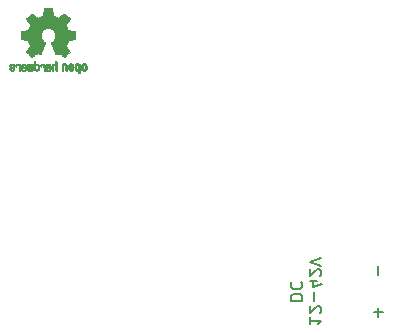
<source format=gbo>
G04 #@! TF.GenerationSoftware,KiCad,Pcbnew,(5.99.0-8491-gb8dfcb34c4)*
G04 #@! TF.CreationDate,2021-01-20T09:42:39+01:00*
G04 #@! TF.ProjectId,TMC2130_Driver,544d4332-3133-4305-9f44-72697665722e,rev?*
G04 #@! TF.SameCoordinates,PX67f3540PY6cb8080*
G04 #@! TF.FileFunction,Legend,Bot*
G04 #@! TF.FilePolarity,Positive*
%FSLAX46Y46*%
G04 Gerber Fmt 4.6, Leading zero omitted, Abs format (unit mm)*
G04 Created by KiCad (PCBNEW (5.99.0-8491-gb8dfcb34c4)) date 2021-01-20 09:42:39*
%MOMM*%
%LPD*%
G01*
G04 APERTURE LIST*
%ADD10C,0.150000*%
%ADD11C,0.010000*%
G04 APERTURE END LIST*
D10*
X35218571Y12617143D02*
X35218571Y13379048D01*
X34837619Y12998096D02*
X35599523Y12998096D01*
X35218571Y16140953D02*
X35218571Y16902858D01*
X29392619Y12569524D02*
X29392619Y11998096D01*
X29392619Y12283810D02*
X30392619Y12283810D01*
X30249761Y12188572D01*
X30154523Y12093334D01*
X30106904Y11998096D01*
X30297380Y12950477D02*
X30345000Y12998096D01*
X30392619Y13093334D01*
X30392619Y13331429D01*
X30345000Y13426667D01*
X30297380Y13474286D01*
X30202142Y13521905D01*
X30106904Y13521905D01*
X29964047Y13474286D01*
X29392619Y12902858D01*
X29392619Y13521905D01*
X29773571Y13950477D02*
X29773571Y14712381D01*
X30059285Y15617143D02*
X29392619Y15617143D01*
X30440238Y15379048D02*
X29725952Y15140953D01*
X29725952Y15760000D01*
X30297380Y16093334D02*
X30345000Y16140953D01*
X30392619Y16236191D01*
X30392619Y16474286D01*
X30345000Y16569524D01*
X30297380Y16617143D01*
X30202142Y16664762D01*
X30106904Y16664762D01*
X29964047Y16617143D01*
X29392619Y16045715D01*
X29392619Y16664762D01*
X30392619Y16950477D02*
X29392619Y17283810D01*
X30392619Y17617143D01*
X27782619Y13998096D02*
X28782619Y13998096D01*
X28782619Y14236191D01*
X28735000Y14379048D01*
X28639761Y14474286D01*
X28544523Y14521905D01*
X28354047Y14569524D01*
X28211190Y14569524D01*
X28020714Y14521905D01*
X27925476Y14474286D01*
X27830238Y14379048D01*
X27782619Y14236191D01*
X27782619Y13998096D01*
X27877857Y15569524D02*
X27830238Y15521905D01*
X27782619Y15379048D01*
X27782619Y15283810D01*
X27830238Y15140953D01*
X27925476Y15045715D01*
X28020714Y14998096D01*
X28211190Y14950477D01*
X28354047Y14950477D01*
X28544523Y14998096D01*
X28639761Y15045715D01*
X28735000Y15140953D01*
X28782619Y15283810D01*
X28782619Y15379048D01*
X28735000Y15521905D01*
X28687380Y15569524D01*
D11*
X5470167Y34041337D02*
X5467952Y34003150D01*
X5467952Y34003150D02*
X5466216Y33945114D01*
X5466216Y33945114D02*
X5465101Y33871820D01*
X5465101Y33871820D02*
X5464743Y33794945D01*
X5464743Y33794945D02*
X5464743Y33534804D01*
X5464743Y33534804D02*
X5510674Y33488873D01*
X5510674Y33488873D02*
X5542325Y33460571D01*
X5542325Y33460571D02*
X5570110Y33449107D01*
X5570110Y33449107D02*
X5608085Y33449832D01*
X5608085Y33449832D02*
X5623160Y33451679D01*
X5623160Y33451679D02*
X5670274Y33457052D01*
X5670274Y33457052D02*
X5709244Y33460131D01*
X5709244Y33460131D02*
X5718743Y33460415D01*
X5718743Y33460415D02*
X5750767Y33458555D01*
X5750767Y33458555D02*
X5796568Y33453886D01*
X5796568Y33453886D02*
X5814326Y33451679D01*
X5814326Y33451679D02*
X5857943Y33448265D01*
X5857943Y33448265D02*
X5887255Y33455680D01*
X5887255Y33455680D02*
X5916320Y33478573D01*
X5916320Y33478573D02*
X5926812Y33488873D01*
X5926812Y33488873D02*
X5972743Y33534804D01*
X5972743Y33534804D02*
X5972743Y34021398D01*
X5972743Y34021398D02*
X5935774Y34038242D01*
X5935774Y34038242D02*
X5903941Y34050718D01*
X5903941Y34050718D02*
X5885317Y34055086D01*
X5885317Y34055086D02*
X5880542Y34041282D01*
X5880542Y34041282D02*
X5876079Y34002714D01*
X5876079Y34002714D02*
X5872225Y33943644D01*
X5872225Y33943644D02*
X5869278Y33868337D01*
X5869278Y33868337D02*
X5867857Y33804714D01*
X5867857Y33804714D02*
X5863886Y33554343D01*
X5863886Y33554343D02*
X5829241Y33549444D01*
X5829241Y33549444D02*
X5797732Y33552869D01*
X5797732Y33552869D02*
X5782292Y33563959D01*
X5782292Y33563959D02*
X5777977Y33584692D01*
X5777977Y33584692D02*
X5774292Y33628855D01*
X5774292Y33628855D02*
X5771531Y33690854D01*
X5771531Y33690854D02*
X5769988Y33765091D01*
X5769988Y33765091D02*
X5769765Y33803294D01*
X5769765Y33803294D02*
X5769543Y34023217D01*
X5769543Y34023217D02*
X5723834Y34039151D01*
X5723834Y34039151D02*
X5691482Y34049985D01*
X5691482Y34049985D02*
X5673885Y34055038D01*
X5673885Y34055038D02*
X5673377Y34055086D01*
X5673377Y34055086D02*
X5671612Y34041352D01*
X5671612Y34041352D02*
X5669671Y34003270D01*
X5669671Y34003270D02*
X5667718Y33945518D01*
X5667718Y33945518D02*
X5665916Y33872773D01*
X5665916Y33872773D02*
X5664657Y33804714D01*
X5664657Y33804714D02*
X5660686Y33554343D01*
X5660686Y33554343D02*
X5573600Y33554343D01*
X5573600Y33554343D02*
X5569604Y33782760D01*
X5569604Y33782760D02*
X5565608Y34011178D01*
X5565608Y34011178D02*
X5523153Y34033132D01*
X5523153Y34033132D02*
X5491808Y34048207D01*
X5491808Y34048207D02*
X5473256Y34055049D01*
X5473256Y34055049D02*
X5472721Y34055086D01*
X5472721Y34055086D02*
X5470167Y34041337D01*
X5470167Y34041337D02*
X5470167Y34041337D01*
G36*
X5903941Y34050718D02*
G01*
X5935774Y34038242D01*
X5972743Y34021398D01*
X5972743Y33534804D01*
X5926812Y33488873D01*
X5916320Y33478573D01*
X5887255Y33455680D01*
X5857943Y33448265D01*
X5814326Y33451679D01*
X5796568Y33453886D01*
X5750767Y33458555D01*
X5718743Y33460415D01*
X5709244Y33460131D01*
X5670274Y33457052D01*
X5623160Y33451679D01*
X5608085Y33449832D01*
X5570110Y33449107D01*
X5542325Y33460571D01*
X5510674Y33488873D01*
X5464743Y33534804D01*
X5464743Y33794945D01*
X5465101Y33871820D01*
X5466216Y33945114D01*
X5467952Y34003150D01*
X5470167Y34041337D01*
X5472721Y34055086D01*
X5473256Y34055049D01*
X5491808Y34048207D01*
X5523153Y34033132D01*
X5565608Y34011178D01*
X5569604Y33782760D01*
X5573600Y33554343D01*
X5660686Y33554343D01*
X5664657Y33804714D01*
X5665916Y33872773D01*
X5667718Y33945518D01*
X5669671Y34003270D01*
X5671612Y34041352D01*
X5673377Y34055086D01*
X5673885Y34055038D01*
X5691482Y34049985D01*
X5723834Y34039151D01*
X5769543Y34023217D01*
X5769765Y33803294D01*
X5769988Y33765091D01*
X5771531Y33690854D01*
X5774292Y33628855D01*
X5777977Y33584692D01*
X5782292Y33563959D01*
X5797732Y33552869D01*
X5829241Y33549444D01*
X5863886Y33554343D01*
X5867857Y33804714D01*
X5869278Y33868337D01*
X5872225Y33943644D01*
X5876079Y34002714D01*
X5880542Y34041282D01*
X5885317Y34055086D01*
X5903941Y34050718D01*
G37*
X5903941Y34050718D02*
X5935774Y34038242D01*
X5972743Y34021398D01*
X5972743Y33534804D01*
X5926812Y33488873D01*
X5916320Y33478573D01*
X5887255Y33455680D01*
X5857943Y33448265D01*
X5814326Y33451679D01*
X5796568Y33453886D01*
X5750767Y33458555D01*
X5718743Y33460415D01*
X5709244Y33460131D01*
X5670274Y33457052D01*
X5623160Y33451679D01*
X5608085Y33449832D01*
X5570110Y33449107D01*
X5542325Y33460571D01*
X5510674Y33488873D01*
X5464743Y33534804D01*
X5464743Y33794945D01*
X5465101Y33871820D01*
X5466216Y33945114D01*
X5467952Y34003150D01*
X5470167Y34041337D01*
X5472721Y34055086D01*
X5473256Y34055049D01*
X5491808Y34048207D01*
X5523153Y34033132D01*
X5565608Y34011178D01*
X5569604Y33782760D01*
X5573600Y33554343D01*
X5660686Y33554343D01*
X5664657Y33804714D01*
X5665916Y33872773D01*
X5667718Y33945518D01*
X5669671Y34003270D01*
X5671612Y34041352D01*
X5673377Y34055086D01*
X5673885Y34055038D01*
X5691482Y34049985D01*
X5723834Y34039151D01*
X5769543Y34023217D01*
X5769765Y33803294D01*
X5769988Y33765091D01*
X5771531Y33690854D01*
X5774292Y33628855D01*
X5777977Y33584692D01*
X5782292Y33563959D01*
X5797732Y33552869D01*
X5829241Y33549444D01*
X5863886Y33554343D01*
X5867857Y33804714D01*
X5869278Y33868337D01*
X5872225Y33943644D01*
X5876079Y34002714D01*
X5880542Y34041282D01*
X5885317Y34055086D01*
X5903941Y34050718D01*
X4597400Y34041248D02*
X4580052Y34033666D01*
X4580052Y34033666D02*
X4538644Y34000872D01*
X4538644Y34000872D02*
X4503235Y33953453D01*
X4503235Y33953453D02*
X4481336Y33902849D01*
X4481336Y33902849D02*
X4477771Y33877902D01*
X4477771Y33877902D02*
X4489721Y33843073D01*
X4489721Y33843073D02*
X4515933Y33824643D01*
X4515933Y33824643D02*
X4544036Y33813484D01*
X4544036Y33813484D02*
X4556905Y33811428D01*
X4556905Y33811428D02*
X4563171Y33826351D01*
X4563171Y33826351D02*
X4575544Y33858825D01*
X4575544Y33858825D02*
X4580972Y33873498D01*
X4580972Y33873498D02*
X4611410Y33924256D01*
X4611410Y33924256D02*
X4655480Y33949573D01*
X4655480Y33949573D02*
X4711990Y33948794D01*
X4711990Y33948794D02*
X4716175Y33947797D01*
X4716175Y33947797D02*
X4746345Y33933493D01*
X4746345Y33933493D02*
X4768524Y33905607D01*
X4768524Y33905607D02*
X4783673Y33860713D01*
X4783673Y33860713D02*
X4792750Y33795385D01*
X4792750Y33795385D02*
X4796714Y33706196D01*
X4796714Y33706196D02*
X4797086Y33658739D01*
X4797086Y33658739D02*
X4797270Y33583929D01*
X4797270Y33583929D02*
X4798478Y33532931D01*
X4798478Y33532931D02*
X4801691Y33500529D01*
X4801691Y33500529D02*
X4807891Y33481505D01*
X4807891Y33481505D02*
X4818060Y33470644D01*
X4818060Y33470644D02*
X4833181Y33462728D01*
X4833181Y33462728D02*
X4834054Y33462330D01*
X4834054Y33462330D02*
X4863172Y33450019D01*
X4863172Y33450019D02*
X4877597Y33445486D01*
X4877597Y33445486D02*
X4879814Y33459191D01*
X4879814Y33459191D02*
X4881711Y33497075D01*
X4881711Y33497075D02*
X4883153Y33554285D01*
X4883153Y33554285D02*
X4884002Y33625973D01*
X4884002Y33625973D02*
X4884171Y33678435D01*
X4884171Y33678435D02*
X4883308Y33779953D01*
X4883308Y33779953D02*
X4879930Y33856968D01*
X4879930Y33856968D02*
X4872858Y33913977D01*
X4872858Y33913977D02*
X4860912Y33955474D01*
X4860912Y33955474D02*
X4842910Y33985957D01*
X4842910Y33985957D02*
X4817673Y34009920D01*
X4817673Y34009920D02*
X4792753Y34026645D01*
X4792753Y34026645D02*
X4732829Y34048903D01*
X4732829Y34048903D02*
X4663089Y34053924D01*
X4663089Y34053924D02*
X4597400Y34041248D01*
X4597400Y34041248D02*
X4597400Y34041248D01*
G36*
X4732829Y34048903D02*
G01*
X4792753Y34026645D01*
X4817673Y34009920D01*
X4842910Y33985957D01*
X4860912Y33955474D01*
X4872858Y33913977D01*
X4879930Y33856968D01*
X4883308Y33779953D01*
X4884171Y33678435D01*
X4884002Y33625973D01*
X4883153Y33554285D01*
X4881711Y33497075D01*
X4879814Y33459191D01*
X4877597Y33445486D01*
X4863172Y33450019D01*
X4834054Y33462330D01*
X4833181Y33462728D01*
X4818060Y33470644D01*
X4807891Y33481505D01*
X4801691Y33500529D01*
X4798478Y33532931D01*
X4797270Y33583929D01*
X4797086Y33658739D01*
X4796714Y33706196D01*
X4792750Y33795385D01*
X4783673Y33860713D01*
X4768524Y33905607D01*
X4746345Y33933493D01*
X4716175Y33947797D01*
X4711990Y33948794D01*
X4655480Y33949573D01*
X4611410Y33924256D01*
X4580972Y33873498D01*
X4575544Y33858825D01*
X4563171Y33826351D01*
X4556905Y33811428D01*
X4544036Y33813484D01*
X4515933Y33824643D01*
X4489721Y33843073D01*
X4477771Y33877902D01*
X4481336Y33902849D01*
X4503235Y33953453D01*
X4538644Y34000872D01*
X4580052Y34033666D01*
X4597400Y34041248D01*
X4663089Y34053924D01*
X4732829Y34048903D01*
G37*
X4732829Y34048903D02*
X4792753Y34026645D01*
X4817673Y34009920D01*
X4842910Y33985957D01*
X4860912Y33955474D01*
X4872858Y33913977D01*
X4879930Y33856968D01*
X4883308Y33779953D01*
X4884171Y33678435D01*
X4884002Y33625973D01*
X4883153Y33554285D01*
X4881711Y33497075D01*
X4879814Y33459191D01*
X4877597Y33445486D01*
X4863172Y33450019D01*
X4834054Y33462330D01*
X4833181Y33462728D01*
X4818060Y33470644D01*
X4807891Y33481505D01*
X4801691Y33500529D01*
X4798478Y33532931D01*
X4797270Y33583929D01*
X4797086Y33658739D01*
X4796714Y33706196D01*
X4792750Y33795385D01*
X4783673Y33860713D01*
X4768524Y33905607D01*
X4746345Y33933493D01*
X4716175Y33947797D01*
X4711990Y33948794D01*
X4655480Y33949573D01*
X4611410Y33924256D01*
X4580972Y33873498D01*
X4575544Y33858825D01*
X4563171Y33826351D01*
X4556905Y33811428D01*
X4544036Y33813484D01*
X4515933Y33824643D01*
X4489721Y33843073D01*
X4477771Y33877902D01*
X4481336Y33902849D01*
X4503235Y33953453D01*
X4538644Y34000872D01*
X4580052Y34033666D01*
X4597400Y34041248D01*
X4663089Y34053924D01*
X4732829Y34048903D01*
X7874114Y34148711D02*
X7869861Y34089387D01*
X7869861Y34089387D02*
X7864975Y34054428D01*
X7864975Y34054428D02*
X7858205Y34039180D01*
X7858205Y34039180D02*
X7848298Y34038985D01*
X7848298Y34038985D02*
X7845086Y34040805D01*
X7845086Y34040805D02*
X7802356Y34053985D01*
X7802356Y34053985D02*
X7746773Y34053215D01*
X7746773Y34053215D02*
X7690263Y34039667D01*
X7690263Y34039667D02*
X7654918Y34022139D01*
X7654918Y34022139D02*
X7618679Y33994139D01*
X7618679Y33994139D02*
X7592187Y33962451D01*
X7592187Y33962451D02*
X7574001Y33922187D01*
X7574001Y33922187D02*
X7562678Y33868457D01*
X7562678Y33868457D02*
X7556778Y33796374D01*
X7556778Y33796374D02*
X7554857Y33701049D01*
X7554857Y33701049D02*
X7554823Y33682763D01*
X7554823Y33682763D02*
X7554800Y33477354D01*
X7554800Y33477354D02*
X7600509Y33461420D01*
X7600509Y33461420D02*
X7632973Y33450580D01*
X7632973Y33450580D02*
X7650785Y33445532D01*
X7650785Y33445532D02*
X7651309Y33445486D01*
X7651309Y33445486D02*
X7653063Y33459172D01*
X7653063Y33459172D02*
X7654556Y33496924D01*
X7654556Y33496924D02*
X7655674Y33553776D01*
X7655674Y33553776D02*
X7656303Y33624766D01*
X7656303Y33624766D02*
X7656400Y33667927D01*
X7656400Y33667927D02*
X7656602Y33753027D01*
X7656602Y33753027D02*
X7657642Y33814019D01*
X7657642Y33814019D02*
X7660169Y33855823D01*
X7660169Y33855823D02*
X7664836Y33883358D01*
X7664836Y33883358D02*
X7672293Y33901544D01*
X7672293Y33901544D02*
X7683189Y33915302D01*
X7683189Y33915302D02*
X7689993Y33921927D01*
X7689993Y33921927D02*
X7736728Y33948625D01*
X7736728Y33948625D02*
X7787728Y33950625D01*
X7787728Y33950625D02*
X7833999Y33928045D01*
X7833999Y33928045D02*
X7842556Y33919893D01*
X7842556Y33919893D02*
X7855107Y33904564D01*
X7855107Y33904564D02*
X7863812Y33886382D01*
X7863812Y33886382D02*
X7869369Y33860091D01*
X7869369Y33860091D02*
X7872474Y33820438D01*
X7872474Y33820438D02*
X7873824Y33762168D01*
X7873824Y33762168D02*
X7874114Y33681827D01*
X7874114Y33681827D02*
X7874114Y33477354D01*
X7874114Y33477354D02*
X7919823Y33461420D01*
X7919823Y33461420D02*
X7952287Y33450580D01*
X7952287Y33450580D02*
X7970099Y33445532D01*
X7970099Y33445532D02*
X7970623Y33445486D01*
X7970623Y33445486D02*
X7971963Y33459377D01*
X7971963Y33459377D02*
X7973172Y33498561D01*
X7973172Y33498561D02*
X7974199Y33559300D01*
X7974199Y33559300D02*
X7974998Y33637859D01*
X7974998Y33637859D02*
X7975519Y33730502D01*
X7975519Y33730502D02*
X7975714Y33833491D01*
X7975714Y33833491D02*
X7975714Y34230658D01*
X7975714Y34230658D02*
X7928543Y34250556D01*
X7928543Y34250556D02*
X7881371Y34270453D01*
X7881371Y34270453D02*
X7874114Y34148711D01*
X7874114Y34148711D02*
X7874114Y34148711D01*
G36*
X7928543Y34250556D02*
G01*
X7975714Y34230658D01*
X7975714Y33833491D01*
X7975519Y33730502D01*
X7974998Y33637859D01*
X7974199Y33559300D01*
X7973172Y33498561D01*
X7971963Y33459377D01*
X7970623Y33445486D01*
X7970099Y33445532D01*
X7952287Y33450580D01*
X7919823Y33461420D01*
X7874114Y33477354D01*
X7874114Y33681827D01*
X7873824Y33762168D01*
X7872474Y33820438D01*
X7869369Y33860091D01*
X7863812Y33886382D01*
X7855107Y33904564D01*
X7842556Y33919893D01*
X7833999Y33928045D01*
X7787728Y33950625D01*
X7736728Y33948625D01*
X7689993Y33921927D01*
X7683189Y33915302D01*
X7672293Y33901544D01*
X7664836Y33883358D01*
X7660169Y33855823D01*
X7657642Y33814019D01*
X7656602Y33753027D01*
X7656400Y33667927D01*
X7656303Y33624766D01*
X7655674Y33553776D01*
X7654556Y33496924D01*
X7653063Y33459172D01*
X7651309Y33445486D01*
X7650785Y33445532D01*
X7632973Y33450580D01*
X7600509Y33461420D01*
X7554800Y33477354D01*
X7554823Y33682763D01*
X7554857Y33701049D01*
X7556778Y33796374D01*
X7562678Y33868457D01*
X7574001Y33922187D01*
X7592187Y33962451D01*
X7618679Y33994139D01*
X7654918Y34022139D01*
X7690263Y34039667D01*
X7746773Y34053215D01*
X7802356Y34053985D01*
X7845086Y34040805D01*
X7848298Y34038985D01*
X7858205Y34039180D01*
X7864975Y34054428D01*
X7869861Y34089387D01*
X7874114Y34148711D01*
X7881371Y34270453D01*
X7928543Y34250556D01*
G37*
X7928543Y34250556D02*
X7975714Y34230658D01*
X7975714Y33833491D01*
X7975519Y33730502D01*
X7974998Y33637859D01*
X7974199Y33559300D01*
X7973172Y33498561D01*
X7971963Y33459377D01*
X7970623Y33445486D01*
X7970099Y33445532D01*
X7952287Y33450580D01*
X7919823Y33461420D01*
X7874114Y33477354D01*
X7874114Y33681827D01*
X7873824Y33762168D01*
X7872474Y33820438D01*
X7869369Y33860091D01*
X7863812Y33886382D01*
X7855107Y33904564D01*
X7842556Y33919893D01*
X7833999Y33928045D01*
X7787728Y33950625D01*
X7736728Y33948625D01*
X7689993Y33921927D01*
X7683189Y33915302D01*
X7672293Y33901544D01*
X7664836Y33883358D01*
X7660169Y33855823D01*
X7657642Y33814019D01*
X7656602Y33753027D01*
X7656400Y33667927D01*
X7656303Y33624766D01*
X7655674Y33553776D01*
X7654556Y33496924D01*
X7653063Y33459172D01*
X7651309Y33445486D01*
X7650785Y33445532D01*
X7632973Y33450580D01*
X7600509Y33461420D01*
X7554800Y33477354D01*
X7554823Y33682763D01*
X7554857Y33701049D01*
X7556778Y33796374D01*
X7562678Y33868457D01*
X7574001Y33922187D01*
X7592187Y33962451D01*
X7618679Y33994139D01*
X7654918Y34022139D01*
X7690263Y34039667D01*
X7746773Y34053215D01*
X7802356Y34053985D01*
X7845086Y34040805D01*
X7848298Y34038985D01*
X7858205Y34039180D01*
X7864975Y34054428D01*
X7869861Y34089387D01*
X7874114Y34148711D01*
X7881371Y34270453D01*
X7928543Y34250556D01*
X4096405Y34033034D02*
X4038979Y33995503D01*
X4038979Y33995503D02*
X4011281Y33961904D01*
X4011281Y33961904D02*
X3989338Y33900936D01*
X3989338Y33900936D02*
X3987595Y33852692D01*
X3987595Y33852692D02*
X3991543Y33788184D01*
X3991543Y33788184D02*
X4140314Y33723066D01*
X4140314Y33723066D02*
X4212651Y33689798D01*
X4212651Y33689798D02*
X4259916Y33663036D01*
X4259916Y33663036D02*
X4284493Y33639856D01*
X4284493Y33639856D02*
X4288763Y33617333D01*
X4288763Y33617333D02*
X4275111Y33592545D01*
X4275111Y33592545D02*
X4260057Y33576114D01*
X4260057Y33576114D02*
X4216254Y33549765D01*
X4216254Y33549765D02*
X4168611Y33547919D01*
X4168611Y33547919D02*
X4124855Y33568454D01*
X4124855Y33568454D02*
X4092711Y33609248D01*
X4092711Y33609248D02*
X4086962Y33623653D01*
X4086962Y33623653D02*
X4059424Y33668644D01*
X4059424Y33668644D02*
X4027742Y33687818D01*
X4027742Y33687818D02*
X3984286Y33704221D01*
X3984286Y33704221D02*
X3984286Y33642034D01*
X3984286Y33642034D02*
X3988128Y33599717D01*
X3988128Y33599717D02*
X4003177Y33564031D01*
X4003177Y33564031D02*
X4034720Y33523057D01*
X4034720Y33523057D02*
X4039408Y33517733D01*
X4039408Y33517733D02*
X4074494Y33481280D01*
X4074494Y33481280D02*
X4104653Y33461717D01*
X4104653Y33461717D02*
X4142385Y33452717D01*
X4142385Y33452717D02*
X4173665Y33449770D01*
X4173665Y33449770D02*
X4229615Y33449035D01*
X4229615Y33449035D02*
X4269445Y33458340D01*
X4269445Y33458340D02*
X4294292Y33472154D01*
X4294292Y33472154D02*
X4333344Y33502533D01*
X4333344Y33502533D02*
X4360375Y33535387D01*
X4360375Y33535387D02*
X4377483Y33576706D01*
X4377483Y33576706D02*
X4386762Y33632479D01*
X4386762Y33632479D02*
X4390307Y33708695D01*
X4390307Y33708695D02*
X4390590Y33747378D01*
X4390590Y33747378D02*
X4389628Y33793753D01*
X4389628Y33793753D02*
X4301993Y33793753D01*
X4301993Y33793753D02*
X4300977Y33768874D01*
X4300977Y33768874D02*
X4298444Y33764800D01*
X4298444Y33764800D02*
X4281726Y33770335D01*
X4281726Y33770335D02*
X4245751Y33784983D01*
X4245751Y33784983D02*
X4197669Y33805810D01*
X4197669Y33805810D02*
X4187614Y33810286D01*
X4187614Y33810286D02*
X4126848Y33841186D01*
X4126848Y33841186D02*
X4093368Y33868343D01*
X4093368Y33868343D02*
X4086010Y33893780D01*
X4086010Y33893780D02*
X4103609Y33919519D01*
X4103609Y33919519D02*
X4118144Y33930891D01*
X4118144Y33930891D02*
X4170590Y33953636D01*
X4170590Y33953636D02*
X4219678Y33949878D01*
X4219678Y33949878D02*
X4260773Y33922116D01*
X4260773Y33922116D02*
X4289242Y33872848D01*
X4289242Y33872848D02*
X4298369Y33833743D01*
X4298369Y33833743D02*
X4301993Y33793753D01*
X4301993Y33793753D02*
X4389628Y33793753D01*
X4389628Y33793753D02*
X4388715Y33837751D01*
X4388715Y33837751D02*
X4381804Y33904616D01*
X4381804Y33904616D02*
X4368116Y33953305D01*
X4368116Y33953305D02*
X4345904Y33989151D01*
X4345904Y33989151D02*
X4313426Y34017487D01*
X4313426Y34017487D02*
X4299267Y34026645D01*
X4299267Y34026645D02*
X4234947Y34050493D01*
X4234947Y34050493D02*
X4164527Y34051994D01*
X4164527Y34051994D02*
X4096405Y34033034D01*
X4096405Y34033034D02*
X4096405Y34033034D01*
G36*
X4390307Y33708695D02*
G01*
X4386762Y33632479D01*
X4377483Y33576706D01*
X4360375Y33535387D01*
X4333344Y33502533D01*
X4294292Y33472154D01*
X4269445Y33458340D01*
X4229615Y33449035D01*
X4173665Y33449770D01*
X4142385Y33452717D01*
X4104653Y33461717D01*
X4074494Y33481280D01*
X4039408Y33517733D01*
X4034720Y33523057D01*
X4003177Y33564031D01*
X3988128Y33599717D01*
X3984286Y33642034D01*
X3984286Y33704221D01*
X4027742Y33687818D01*
X4059424Y33668644D01*
X4086962Y33623653D01*
X4092711Y33609248D01*
X4124855Y33568454D01*
X4168611Y33547919D01*
X4216254Y33549765D01*
X4260057Y33576114D01*
X4275111Y33592545D01*
X4288763Y33617333D01*
X4284493Y33639856D01*
X4259916Y33663036D01*
X4212651Y33689798D01*
X4140314Y33723066D01*
X3991543Y33788184D01*
X3987595Y33852692D01*
X3989079Y33893780D01*
X4086010Y33893780D01*
X4093368Y33868343D01*
X4126848Y33841186D01*
X4187614Y33810286D01*
X4197669Y33805810D01*
X4245751Y33784983D01*
X4281726Y33770335D01*
X4298444Y33764800D01*
X4300977Y33768874D01*
X4301993Y33793753D01*
X4298369Y33833743D01*
X4289242Y33872848D01*
X4260773Y33922116D01*
X4219678Y33949878D01*
X4170590Y33953636D01*
X4118144Y33930891D01*
X4103609Y33919519D01*
X4086010Y33893780D01*
X3989079Y33893780D01*
X3989338Y33900936D01*
X4011281Y33961904D01*
X4038979Y33995503D01*
X4096405Y34033034D01*
X4164527Y34051994D01*
X4234947Y34050493D01*
X4299267Y34026645D01*
X4313426Y34017487D01*
X4345904Y33989151D01*
X4368116Y33953305D01*
X4381804Y33904616D01*
X4388715Y33837751D01*
X4389628Y33793753D01*
X4390590Y33747378D01*
X4390307Y33708695D01*
G37*
X4390307Y33708695D02*
X4386762Y33632479D01*
X4377483Y33576706D01*
X4360375Y33535387D01*
X4333344Y33502533D01*
X4294292Y33472154D01*
X4269445Y33458340D01*
X4229615Y33449035D01*
X4173665Y33449770D01*
X4142385Y33452717D01*
X4104653Y33461717D01*
X4074494Y33481280D01*
X4039408Y33517733D01*
X4034720Y33523057D01*
X4003177Y33564031D01*
X3988128Y33599717D01*
X3984286Y33642034D01*
X3984286Y33704221D01*
X4027742Y33687818D01*
X4059424Y33668644D01*
X4086962Y33623653D01*
X4092711Y33609248D01*
X4124855Y33568454D01*
X4168611Y33547919D01*
X4216254Y33549765D01*
X4260057Y33576114D01*
X4275111Y33592545D01*
X4288763Y33617333D01*
X4284493Y33639856D01*
X4259916Y33663036D01*
X4212651Y33689798D01*
X4140314Y33723066D01*
X3991543Y33788184D01*
X3987595Y33852692D01*
X3989079Y33893780D01*
X4086010Y33893780D01*
X4093368Y33868343D01*
X4126848Y33841186D01*
X4187614Y33810286D01*
X4197669Y33805810D01*
X4245751Y33784983D01*
X4281726Y33770335D01*
X4298444Y33764800D01*
X4300977Y33768874D01*
X4301993Y33793753D01*
X4298369Y33833743D01*
X4289242Y33872848D01*
X4260773Y33922116D01*
X4219678Y33949878D01*
X4170590Y33953636D01*
X4118144Y33930891D01*
X4103609Y33919519D01*
X4086010Y33893780D01*
X3989079Y33893780D01*
X3989338Y33900936D01*
X4011281Y33961904D01*
X4038979Y33995503D01*
X4096405Y34033034D01*
X4164527Y34051994D01*
X4234947Y34050493D01*
X4299267Y34026645D01*
X4313426Y34017487D01*
X4345904Y33989151D01*
X4368116Y33953305D01*
X4381804Y33904616D01*
X4388715Y33837751D01*
X4389628Y33793753D01*
X4390590Y33747378D01*
X4390307Y33708695D01*
X6720074Y34050245D02*
X6654142Y34025916D01*
X6654142Y34025916D02*
X6600727Y33982883D01*
X6600727Y33982883D02*
X6579836Y33952591D01*
X6579836Y33952591D02*
X6557061Y33897006D01*
X6557061Y33897006D02*
X6557534Y33856814D01*
X6557534Y33856814D02*
X6581438Y33829783D01*
X6581438Y33829783D02*
X6590283Y33825187D01*
X6590283Y33825187D02*
X6628470Y33810856D01*
X6628470Y33810856D02*
X6647972Y33814528D01*
X6647972Y33814528D02*
X6654578Y33838593D01*
X6654578Y33838593D02*
X6654914Y33851886D01*
X6654914Y33851886D02*
X6667008Y33900790D01*
X6667008Y33900790D02*
X6698529Y33935001D01*
X6698529Y33935001D02*
X6742341Y33951524D01*
X6742341Y33951524D02*
X6791305Y33947366D01*
X6791305Y33947366D02*
X6831106Y33925773D01*
X6831106Y33925773D02*
X6844550Y33913456D01*
X6844550Y33913456D02*
X6854079Y33898513D01*
X6854079Y33898513D02*
X6860515Y33875925D01*
X6860515Y33875925D02*
X6864683Y33840672D01*
X6864683Y33840672D02*
X6867403Y33787734D01*
X6867403Y33787734D02*
X6869498Y33712093D01*
X6869498Y33712093D02*
X6870040Y33688143D01*
X6870040Y33688143D02*
X6872019Y33606210D01*
X6872019Y33606210D02*
X6874269Y33548545D01*
X6874269Y33548545D02*
X6877643Y33510392D01*
X6877643Y33510392D02*
X6882994Y33486996D01*
X6882994Y33486996D02*
X6891176Y33473602D01*
X6891176Y33473602D02*
X6903041Y33465455D01*
X6903041Y33465455D02*
X6910638Y33461856D01*
X6910638Y33461856D02*
X6942898Y33449548D01*
X6942898Y33449548D02*
X6961889Y33445486D01*
X6961889Y33445486D02*
X6968164Y33459052D01*
X6968164Y33459052D02*
X6971994Y33500066D01*
X6971994Y33500066D02*
X6973400Y33569001D01*
X6973400Y33569001D02*
X6972402Y33666331D01*
X6972402Y33666331D02*
X6972092Y33681343D01*
X6972092Y33681343D02*
X6969899Y33770141D01*
X6969899Y33770141D02*
X6967307Y33834981D01*
X6967307Y33834981D02*
X6963618Y33880933D01*
X6963618Y33880933D02*
X6958136Y33913065D01*
X6958136Y33913065D02*
X6950165Y33936447D01*
X6950165Y33936447D02*
X6939007Y33956148D01*
X6939007Y33956148D02*
X6933170Y33964590D01*
X6933170Y33964590D02*
X6899704Y34001943D01*
X6899704Y34001943D02*
X6862273Y34030997D01*
X6862273Y34030997D02*
X6857691Y34033533D01*
X6857691Y34033533D02*
X6790574Y34053557D01*
X6790574Y34053557D02*
X6720074Y34050245D01*
X6720074Y34050245D02*
X6720074Y34050245D01*
G36*
X6857691Y34033533D02*
G01*
X6862273Y34030997D01*
X6899704Y34001943D01*
X6933170Y33964590D01*
X6939007Y33956148D01*
X6950165Y33936447D01*
X6958136Y33913065D01*
X6963618Y33880933D01*
X6967307Y33834981D01*
X6969899Y33770141D01*
X6972092Y33681343D01*
X6972402Y33666331D01*
X6973400Y33569001D01*
X6971994Y33500066D01*
X6968164Y33459052D01*
X6961889Y33445486D01*
X6942898Y33449548D01*
X6910638Y33461856D01*
X6903041Y33465455D01*
X6891176Y33473602D01*
X6882994Y33486996D01*
X6877643Y33510392D01*
X6874269Y33548545D01*
X6872019Y33606210D01*
X6870040Y33688143D01*
X6869498Y33712093D01*
X6867403Y33787734D01*
X6864683Y33840672D01*
X6860515Y33875925D01*
X6854079Y33898513D01*
X6844550Y33913456D01*
X6831106Y33925773D01*
X6791305Y33947366D01*
X6742341Y33951524D01*
X6698529Y33935001D01*
X6667008Y33900790D01*
X6654914Y33851886D01*
X6654578Y33838593D01*
X6647972Y33814528D01*
X6628470Y33810856D01*
X6590283Y33825187D01*
X6581438Y33829783D01*
X6557534Y33856814D01*
X6557061Y33897006D01*
X6579836Y33952591D01*
X6600727Y33982883D01*
X6654142Y34025916D01*
X6720074Y34050245D01*
X6790574Y34053557D01*
X6857691Y34033533D01*
G37*
X6857691Y34033533D02*
X6862273Y34030997D01*
X6899704Y34001943D01*
X6933170Y33964590D01*
X6939007Y33956148D01*
X6950165Y33936447D01*
X6958136Y33913065D01*
X6963618Y33880933D01*
X6967307Y33834981D01*
X6969899Y33770141D01*
X6972092Y33681343D01*
X6972402Y33666331D01*
X6973400Y33569001D01*
X6971994Y33500066D01*
X6968164Y33459052D01*
X6961889Y33445486D01*
X6942898Y33449548D01*
X6910638Y33461856D01*
X6903041Y33465455D01*
X6891176Y33473602D01*
X6882994Y33486996D01*
X6877643Y33510392D01*
X6874269Y33548545D01*
X6872019Y33606210D01*
X6870040Y33688143D01*
X6869498Y33712093D01*
X6867403Y33787734D01*
X6864683Y33840672D01*
X6860515Y33875925D01*
X6854079Y33898513D01*
X6844550Y33913456D01*
X6831106Y33925773D01*
X6791305Y33947366D01*
X6742341Y33951524D01*
X6698529Y33935001D01*
X6667008Y33900790D01*
X6654914Y33851886D01*
X6654578Y33838593D01*
X6647972Y33814528D01*
X6628470Y33810856D01*
X6590283Y33825187D01*
X6581438Y33829783D01*
X6557534Y33856814D01*
X6557061Y33897006D01*
X6579836Y33952591D01*
X6600727Y33982883D01*
X6654142Y34025916D01*
X6720074Y34050245D01*
X6790574Y34053557D01*
X6857691Y34033533D01*
X7210256Y34049032D02*
X7153384Y34027913D01*
X7153384Y34027913D02*
X7152733Y34027507D01*
X7152733Y34027507D02*
X7117560Y34001620D01*
X7117560Y34001620D02*
X7091593Y33971367D01*
X7091593Y33971367D02*
X7073330Y33931942D01*
X7073330Y33931942D02*
X7061268Y33878538D01*
X7061268Y33878538D02*
X7053904Y33806349D01*
X7053904Y33806349D02*
X7049736Y33710568D01*
X7049736Y33710568D02*
X7049371Y33696922D01*
X7049371Y33696922D02*
X7044124Y33491158D01*
X7044124Y33491158D02*
X7088284Y33468322D01*
X7088284Y33468322D02*
X7120237Y33452890D01*
X7120237Y33452890D02*
X7139530Y33445577D01*
X7139530Y33445577D02*
X7140422Y33445486D01*
X7140422Y33445486D02*
X7143761Y33458978D01*
X7143761Y33458978D02*
X7146413Y33495374D01*
X7146413Y33495374D02*
X7148044Y33548548D01*
X7148044Y33548548D02*
X7148400Y33591607D01*
X7148400Y33591607D02*
X7148408Y33661359D01*
X7148408Y33661359D02*
X7151597Y33705163D01*
X7151597Y33705163D02*
X7162712Y33726056D01*
X7162712Y33726056D02*
X7186499Y33727075D01*
X7186499Y33727075D02*
X7227704Y33711259D01*
X7227704Y33711259D02*
X7289914Y33682185D01*
X7289914Y33682185D02*
X7335659Y33658037D01*
X7335659Y33658037D02*
X7359187Y33637087D01*
X7359187Y33637087D02*
X7366104Y33614253D01*
X7366104Y33614253D02*
X7366114Y33613123D01*
X7366114Y33613123D02*
X7354701Y33573788D01*
X7354701Y33573788D02*
X7320908Y33552538D01*
X7320908Y33552538D02*
X7269191Y33549461D01*
X7269191Y33549461D02*
X7231939Y33549994D01*
X7231939Y33549994D02*
X7212297Y33539265D01*
X7212297Y33539265D02*
X7200048Y33513495D01*
X7200048Y33513495D02*
X7192998Y33480663D01*
X7192998Y33480663D02*
X7203158Y33462034D01*
X7203158Y33462034D02*
X7206983Y33459368D01*
X7206983Y33459368D02*
X7242999Y33448660D01*
X7242999Y33448660D02*
X7293434Y33447144D01*
X7293434Y33447144D02*
X7345374Y33454241D01*
X7345374Y33454241D02*
X7382178Y33467212D01*
X7382178Y33467212D02*
X7433062Y33510415D01*
X7433062Y33510415D02*
X7461986Y33570554D01*
X7461986Y33570554D02*
X7467714Y33617538D01*
X7467714Y33617538D02*
X7463343Y33659918D01*
X7463343Y33659918D02*
X7447525Y33694512D01*
X7447525Y33694512D02*
X7416203Y33725237D01*
X7416203Y33725237D02*
X7365322Y33756010D01*
X7365322Y33756010D02*
X7290824Y33790748D01*
X7290824Y33790748D02*
X7286286Y33792712D01*
X7286286Y33792712D02*
X7219179Y33823713D01*
X7219179Y33823713D02*
X7177768Y33849138D01*
X7177768Y33849138D02*
X7160019Y33871986D01*
X7160019Y33871986D02*
X7163893Y33895255D01*
X7163893Y33895255D02*
X7187357Y33921944D01*
X7187357Y33921944D02*
X7194373Y33928086D01*
X7194373Y33928086D02*
X7241370Y33951900D01*
X7241370Y33951900D02*
X7290067Y33950897D01*
X7290067Y33950897D02*
X7332478Y33927549D01*
X7332478Y33927549D02*
X7360616Y33884325D01*
X7360616Y33884325D02*
X7363231Y33875840D01*
X7363231Y33875840D02*
X7388692Y33834692D01*
X7388692Y33834692D02*
X7420999Y33814872D01*
X7420999Y33814872D02*
X7467714Y33795230D01*
X7467714Y33795230D02*
X7467714Y33846050D01*
X7467714Y33846050D02*
X7453504Y33919918D01*
X7453504Y33919918D02*
X7411325Y33987673D01*
X7411325Y33987673D02*
X7389376Y34010339D01*
X7389376Y34010339D02*
X7339483Y34039431D01*
X7339483Y34039431D02*
X7276033Y34052600D01*
X7276033Y34052600D02*
X7210256Y34049032D01*
X7210256Y34049032D02*
X7210256Y34049032D01*
G36*
X7339483Y34039431D02*
G01*
X7389376Y34010339D01*
X7411325Y33987673D01*
X7453504Y33919918D01*
X7467714Y33846050D01*
X7467714Y33795230D01*
X7420999Y33814872D01*
X7388692Y33834692D01*
X7363231Y33875840D01*
X7360616Y33884325D01*
X7332478Y33927549D01*
X7290067Y33950897D01*
X7241370Y33951900D01*
X7194373Y33928086D01*
X7187357Y33921944D01*
X7163893Y33895255D01*
X7160019Y33871986D01*
X7177768Y33849138D01*
X7219179Y33823713D01*
X7286286Y33792712D01*
X7290824Y33790748D01*
X7365322Y33756010D01*
X7416203Y33725237D01*
X7447525Y33694512D01*
X7463343Y33659918D01*
X7467714Y33617538D01*
X7461986Y33570554D01*
X7433062Y33510415D01*
X7382178Y33467212D01*
X7345374Y33454241D01*
X7293434Y33447144D01*
X7242999Y33448660D01*
X7206983Y33459368D01*
X7203158Y33462034D01*
X7192998Y33480663D01*
X7200048Y33513495D01*
X7212297Y33539265D01*
X7231939Y33549994D01*
X7269191Y33549461D01*
X7320908Y33552538D01*
X7354701Y33573788D01*
X7366114Y33613123D01*
X7366104Y33614253D01*
X7359187Y33637087D01*
X7335659Y33658037D01*
X7289914Y33682185D01*
X7227704Y33711259D01*
X7186499Y33727075D01*
X7162712Y33726056D01*
X7151597Y33705163D01*
X7148408Y33661359D01*
X7148400Y33591607D01*
X7148044Y33548548D01*
X7146413Y33495374D01*
X7143761Y33458978D01*
X7140422Y33445486D01*
X7139530Y33445577D01*
X7120237Y33452890D01*
X7088284Y33468322D01*
X7044124Y33491158D01*
X7049371Y33696922D01*
X7049736Y33710568D01*
X7053904Y33806349D01*
X7061268Y33878538D01*
X7073330Y33931942D01*
X7091593Y33971367D01*
X7117560Y34001620D01*
X7152733Y34027507D01*
X7153384Y34027913D01*
X7210256Y34049032D01*
X7276033Y34052600D01*
X7339483Y34039431D01*
G37*
X7339483Y34039431D02*
X7389376Y34010339D01*
X7411325Y33987673D01*
X7453504Y33919918D01*
X7467714Y33846050D01*
X7467714Y33795230D01*
X7420999Y33814872D01*
X7388692Y33834692D01*
X7363231Y33875840D01*
X7360616Y33884325D01*
X7332478Y33927549D01*
X7290067Y33950897D01*
X7241370Y33951900D01*
X7194373Y33928086D01*
X7187357Y33921944D01*
X7163893Y33895255D01*
X7160019Y33871986D01*
X7177768Y33849138D01*
X7219179Y33823713D01*
X7286286Y33792712D01*
X7290824Y33790748D01*
X7365322Y33756010D01*
X7416203Y33725237D01*
X7447525Y33694512D01*
X7463343Y33659918D01*
X7467714Y33617538D01*
X7461986Y33570554D01*
X7433062Y33510415D01*
X7382178Y33467212D01*
X7345374Y33454241D01*
X7293434Y33447144D01*
X7242999Y33448660D01*
X7206983Y33459368D01*
X7203158Y33462034D01*
X7192998Y33480663D01*
X7200048Y33513495D01*
X7212297Y33539265D01*
X7231939Y33549994D01*
X7269191Y33549461D01*
X7320908Y33552538D01*
X7354701Y33573788D01*
X7366114Y33613123D01*
X7366104Y33614253D01*
X7359187Y33637087D01*
X7335659Y33658037D01*
X7289914Y33682185D01*
X7227704Y33711259D01*
X7186499Y33727075D01*
X7162712Y33726056D01*
X7151597Y33705163D01*
X7148408Y33661359D01*
X7148400Y33591607D01*
X7148044Y33548548D01*
X7146413Y33495374D01*
X7143761Y33458978D01*
X7140422Y33445486D01*
X7139530Y33445577D01*
X7120237Y33452890D01*
X7088284Y33468322D01*
X7044124Y33491158D01*
X7049371Y33696922D01*
X7049736Y33710568D01*
X7053904Y33806349D01*
X7061268Y33878538D01*
X7073330Y33931942D01*
X7091593Y33971367D01*
X7117560Y34001620D01*
X7152733Y34027507D01*
X7153384Y34027913D01*
X7210256Y34049032D01*
X7276033Y34052600D01*
X7339483Y34039431D01*
X8533907Y34072220D02*
X8487328Y34045277D01*
X8487328Y34045277D02*
X8454943Y34018534D01*
X8454943Y34018534D02*
X8431258Y33990516D01*
X8431258Y33990516D02*
X8414941Y33956252D01*
X8414941Y33956252D02*
X8404661Y33910773D01*
X8404661Y33910773D02*
X8399086Y33849108D01*
X8399086Y33849108D02*
X8396884Y33766289D01*
X8396884Y33766289D02*
X8396629Y33706754D01*
X8396629Y33706754D02*
X8396629Y33487609D01*
X8396629Y33487609D02*
X8458314Y33459956D01*
X8458314Y33459956D02*
X8520000Y33432303D01*
X8520000Y33432303D02*
X8527257Y33672330D01*
X8527257Y33672330D02*
X8530256Y33761972D01*
X8530256Y33761972D02*
X8533402Y33827038D01*
X8533402Y33827038D02*
X8537299Y33871974D01*
X8537299Y33871974D02*
X8542553Y33901230D01*
X8542553Y33901230D02*
X8549769Y33919252D01*
X8549769Y33919252D02*
X8559550Y33930489D01*
X8559550Y33930489D02*
X8562688Y33932921D01*
X8562688Y33932921D02*
X8610239Y33951917D01*
X8610239Y33951917D02*
X8658303Y33944400D01*
X8658303Y33944400D02*
X8686914Y33924457D01*
X8686914Y33924457D02*
X8698553Y33910325D01*
X8698553Y33910325D02*
X8706609Y33891780D01*
X8706609Y33891780D02*
X8711729Y33863666D01*
X8711729Y33863666D02*
X8714559Y33820827D01*
X8714559Y33820827D02*
X8715744Y33758105D01*
X8715744Y33758105D02*
X8715943Y33692739D01*
X8715943Y33692739D02*
X8715982Y33610732D01*
X8715982Y33610732D02*
X8717386Y33552684D01*
X8717386Y33552684D02*
X8722086Y33513535D01*
X8722086Y33513535D02*
X8732013Y33488220D01*
X8732013Y33488220D02*
X8749097Y33471677D01*
X8749097Y33471677D02*
X8775268Y33458844D01*
X8775268Y33458844D02*
X8810225Y33445509D01*
X8810225Y33445509D02*
X8848404Y33430993D01*
X8848404Y33430993D02*
X8843859Y33688611D01*
X8843859Y33688611D02*
X8842029Y33781481D01*
X8842029Y33781481D02*
X8839888Y33850111D01*
X8839888Y33850111D02*
X8836819Y33899289D01*
X8836819Y33899289D02*
X8832206Y33933802D01*
X8832206Y33933802D02*
X8825432Y33958438D01*
X8825432Y33958438D02*
X8815881Y33977984D01*
X8815881Y33977984D02*
X8804366Y33995230D01*
X8804366Y33995230D02*
X8748810Y34050320D01*
X8748810Y34050320D02*
X8681020Y34082178D01*
X8681020Y34082178D02*
X8607287Y34089809D01*
X8607287Y34089809D02*
X8533907Y34072220D01*
X8533907Y34072220D02*
X8533907Y34072220D01*
G36*
X8681020Y34082178D02*
G01*
X8748810Y34050320D01*
X8804366Y33995230D01*
X8815881Y33977984D01*
X8825432Y33958438D01*
X8832206Y33933802D01*
X8836819Y33899289D01*
X8839888Y33850111D01*
X8842029Y33781481D01*
X8843859Y33688611D01*
X8848404Y33430993D01*
X8810225Y33445509D01*
X8775268Y33458844D01*
X8749097Y33471677D01*
X8732013Y33488220D01*
X8722086Y33513535D01*
X8717386Y33552684D01*
X8715982Y33610732D01*
X8715943Y33692739D01*
X8715744Y33758105D01*
X8714559Y33820827D01*
X8711729Y33863666D01*
X8706609Y33891780D01*
X8698553Y33910325D01*
X8686914Y33924457D01*
X8658303Y33944400D01*
X8610239Y33951917D01*
X8562688Y33932921D01*
X8559550Y33930489D01*
X8549769Y33919252D01*
X8542553Y33901230D01*
X8537299Y33871974D01*
X8533402Y33827038D01*
X8530256Y33761972D01*
X8527257Y33672330D01*
X8520000Y33432303D01*
X8458314Y33459956D01*
X8396629Y33487609D01*
X8396629Y33706754D01*
X8396884Y33766289D01*
X8399086Y33849108D01*
X8404661Y33910773D01*
X8414941Y33956252D01*
X8431258Y33990516D01*
X8454943Y34018534D01*
X8487328Y34045277D01*
X8533907Y34072220D01*
X8607287Y34089809D01*
X8681020Y34082178D01*
G37*
X8681020Y34082178D02*
X8748810Y34050320D01*
X8804366Y33995230D01*
X8815881Y33977984D01*
X8825432Y33958438D01*
X8832206Y33933802D01*
X8836819Y33899289D01*
X8839888Y33850111D01*
X8842029Y33781481D01*
X8843859Y33688611D01*
X8848404Y33430993D01*
X8810225Y33445509D01*
X8775268Y33458844D01*
X8749097Y33471677D01*
X8732013Y33488220D01*
X8722086Y33513535D01*
X8717386Y33552684D01*
X8715982Y33610732D01*
X8715943Y33692739D01*
X8715744Y33758105D01*
X8714559Y33820827D01*
X8711729Y33863666D01*
X8706609Y33891780D01*
X8698553Y33910325D01*
X8686914Y33924457D01*
X8658303Y33944400D01*
X8610239Y33951917D01*
X8562688Y33932921D01*
X8559550Y33930489D01*
X8549769Y33919252D01*
X8542553Y33901230D01*
X8537299Y33871974D01*
X8533402Y33827038D01*
X8530256Y33761972D01*
X8527257Y33672330D01*
X8520000Y33432303D01*
X8458314Y33459956D01*
X8396629Y33487609D01*
X8396629Y33706754D01*
X8396884Y33766289D01*
X8399086Y33849108D01*
X8404661Y33910773D01*
X8414941Y33956252D01*
X8431258Y33990516D01*
X8454943Y34018534D01*
X8487328Y34045277D01*
X8533907Y34072220D01*
X8607287Y34089809D01*
X8681020Y34082178D01*
X7146090Y38757652D02*
X7067546Y38757222D01*
X7067546Y38757222D02*
X7010702Y38756058D01*
X7010702Y38756058D02*
X6971895Y38753793D01*
X6971895Y38753793D02*
X6947462Y38750060D01*
X6947462Y38750060D02*
X6933738Y38744494D01*
X6933738Y38744494D02*
X6927060Y38736727D01*
X6927060Y38736727D02*
X6923764Y38726395D01*
X6923764Y38726395D02*
X6923444Y38725057D01*
X6923444Y38725057D02*
X6918438Y38700921D01*
X6918438Y38700921D02*
X6909171Y38653299D01*
X6909171Y38653299D02*
X6896608Y38587259D01*
X6896608Y38587259D02*
X6881713Y38507872D01*
X6881713Y38507872D02*
X6865449Y38420204D01*
X6865449Y38420204D02*
X6864881Y38417125D01*
X6864881Y38417125D02*
X6848590Y38331211D01*
X6848590Y38331211D02*
X6833348Y38255304D01*
X6833348Y38255304D02*
X6820139Y38193955D01*
X6820139Y38193955D02*
X6809946Y38151718D01*
X6809946Y38151718D02*
X6803752Y38133145D01*
X6803752Y38133145D02*
X6803457Y38132816D01*
X6803457Y38132816D02*
X6785212Y38123747D01*
X6785212Y38123747D02*
X6747595Y38108633D01*
X6747595Y38108633D02*
X6698729Y38090738D01*
X6698729Y38090738D02*
X6698457Y38090642D01*
X6698457Y38090642D02*
X6636907Y38067507D01*
X6636907Y38067507D02*
X6564343Y38038035D01*
X6564343Y38038035D02*
X6495943Y38008403D01*
X6495943Y38008403D02*
X6492706Y38006938D01*
X6492706Y38006938D02*
X6381298Y37956374D01*
X6381298Y37956374D02*
X6134601Y38124840D01*
X6134601Y38124840D02*
X6058923Y38176197D01*
X6058923Y38176197D02*
X5990369Y38222111D01*
X5990369Y38222111D02*
X5932912Y38259970D01*
X5932912Y38259970D02*
X5890524Y38287163D01*
X5890524Y38287163D02*
X5867175Y38301079D01*
X5867175Y38301079D02*
X5864958Y38302111D01*
X5864958Y38302111D02*
X5847990Y38297516D01*
X5847990Y38297516D02*
X5816299Y38275345D01*
X5816299Y38275345D02*
X5768648Y38234553D01*
X5768648Y38234553D02*
X5703802Y38174095D01*
X5703802Y38174095D02*
X5637603Y38109773D01*
X5637603Y38109773D02*
X5573786Y38046388D01*
X5573786Y38046388D02*
X5516671Y37988549D01*
X5516671Y37988549D02*
X5469695Y37939825D01*
X5469695Y37939825D02*
X5436297Y37903790D01*
X5436297Y37903790D02*
X5419915Y37884016D01*
X5419915Y37884016D02*
X5419306Y37882998D01*
X5419306Y37882998D02*
X5417495Y37869428D01*
X5417495Y37869428D02*
X5424317Y37847267D01*
X5424317Y37847267D02*
X5441460Y37813522D01*
X5441460Y37813522D02*
X5470607Y37765200D01*
X5470607Y37765200D02*
X5513445Y37699308D01*
X5513445Y37699308D02*
X5570552Y37614483D01*
X5570552Y37614483D02*
X5621234Y37539823D01*
X5621234Y37539823D02*
X5666539Y37472860D01*
X5666539Y37472860D02*
X5703850Y37417484D01*
X5703850Y37417484D02*
X5730548Y37377580D01*
X5730548Y37377580D02*
X5744015Y37357038D01*
X5744015Y37357038D02*
X5744863Y37355644D01*
X5744863Y37355644D02*
X5743219Y37335962D01*
X5743219Y37335962D02*
X5730755Y37297707D01*
X5730755Y37297707D02*
X5709952Y37248111D01*
X5709952Y37248111D02*
X5702538Y37232272D01*
X5702538Y37232272D02*
X5670186Y37161710D01*
X5670186Y37161710D02*
X5635672Y37081647D01*
X5635672Y37081647D02*
X5607635Y37012371D01*
X5607635Y37012371D02*
X5587432Y36960955D01*
X5587432Y36960955D02*
X5571385Y36921881D01*
X5571385Y36921881D02*
X5562112Y36901459D01*
X5562112Y36901459D02*
X5560959Y36899886D01*
X5560959Y36899886D02*
X5543904Y36897279D01*
X5543904Y36897279D02*
X5503702Y36890137D01*
X5503702Y36890137D02*
X5445698Y36879477D01*
X5445698Y36879477D02*
X5375237Y36866315D01*
X5375237Y36866315D02*
X5297665Y36851667D01*
X5297665Y36851667D02*
X5218328Y36836551D01*
X5218328Y36836551D02*
X5142569Y36821982D01*
X5142569Y36821982D02*
X5075736Y36808978D01*
X5075736Y36808978D02*
X5023172Y36798555D01*
X5023172Y36798555D02*
X4990224Y36791730D01*
X4990224Y36791730D02*
X4982143Y36789801D01*
X4982143Y36789801D02*
X4973795Y36785038D01*
X4973795Y36785038D02*
X4967494Y36774282D01*
X4967494Y36774282D02*
X4962955Y36753902D01*
X4962955Y36753902D02*
X4959896Y36720266D01*
X4959896Y36720266D02*
X4958033Y36669745D01*
X4958033Y36669745D02*
X4957082Y36598708D01*
X4957082Y36598708D02*
X4956760Y36503524D01*
X4956760Y36503524D02*
X4956743Y36464508D01*
X4956743Y36464508D02*
X4956743Y36147201D01*
X4956743Y36147201D02*
X5032943Y36132161D01*
X5032943Y36132161D02*
X5075337Y36124005D01*
X5075337Y36124005D02*
X5138600Y36112101D01*
X5138600Y36112101D02*
X5215038Y36097884D01*
X5215038Y36097884D02*
X5296957Y36082790D01*
X5296957Y36082790D02*
X5319600Y36078645D01*
X5319600Y36078645D02*
X5395194Y36063947D01*
X5395194Y36063947D02*
X5461047Y36049495D01*
X5461047Y36049495D02*
X5511634Y36036625D01*
X5511634Y36036625D02*
X5541426Y36026678D01*
X5541426Y36026678D02*
X5546388Y36023713D01*
X5546388Y36023713D02*
X5558574Y36002717D01*
X5558574Y36002717D02*
X5576047Y35962033D01*
X5576047Y35962033D02*
X5595423Y35909678D01*
X5595423Y35909678D02*
X5599266Y35898400D01*
X5599266Y35898400D02*
X5624661Y35828477D01*
X5624661Y35828477D02*
X5656183Y35749582D01*
X5656183Y35749582D02*
X5687031Y35678734D01*
X5687031Y35678734D02*
X5687183Y35678405D01*
X5687183Y35678405D02*
X5738553Y35567267D01*
X5738553Y35567267D02*
X5569601Y35318747D01*
X5569601Y35318747D02*
X5400648Y35070228D01*
X5400648Y35070228D02*
X5617571Y34852942D01*
X5617571Y34852942D02*
X5683181Y34788274D01*
X5683181Y34788274D02*
X5743021Y34731267D01*
X5743021Y34731267D02*
X5793733Y34684967D01*
X5793733Y34684967D02*
X5831954Y34652416D01*
X5831954Y34652416D02*
X5854325Y34636657D01*
X5854325Y34636657D02*
X5857534Y34635657D01*
X5857534Y34635657D02*
X5876374Y34643531D01*
X5876374Y34643531D02*
X5914820Y34665422D01*
X5914820Y34665422D02*
X5968670Y34698733D01*
X5968670Y34698733D02*
X6033724Y34740869D01*
X6033724Y34740869D02*
X6104060Y34788057D01*
X6104060Y34788057D02*
X6175445Y34836190D01*
X6175445Y34836190D02*
X6239092Y34878072D01*
X6239092Y34878072D02*
X6290959Y34911129D01*
X6290959Y34911129D02*
X6327005Y34932782D01*
X6327005Y34932782D02*
X6343133Y34940457D01*
X6343133Y34940457D02*
X6362811Y34933963D01*
X6362811Y34933963D02*
X6400125Y34916850D01*
X6400125Y34916850D02*
X6447379Y34892674D01*
X6447379Y34892674D02*
X6452388Y34889987D01*
X6452388Y34889987D02*
X6516023Y34858073D01*
X6516023Y34858073D02*
X6559659Y34842421D01*
X6559659Y34842421D02*
X6586798Y34842255D01*
X6586798Y34842255D02*
X6600943Y34856796D01*
X6600943Y34856796D02*
X6601025Y34857000D01*
X6601025Y34857000D02*
X6608095Y34874221D01*
X6608095Y34874221D02*
X6624958Y34915101D01*
X6624958Y34915101D02*
X6650305Y34976475D01*
X6650305Y34976475D02*
X6682829Y35055181D01*
X6682829Y35055181D02*
X6721222Y35148053D01*
X6721222Y35148053D02*
X6764178Y35251928D01*
X6764178Y35251928D02*
X6805778Y35352498D01*
X6805778Y35352498D02*
X6851496Y35463484D01*
X6851496Y35463484D02*
X6893474Y35566297D01*
X6893474Y35566297D02*
X6930452Y35657785D01*
X6930452Y35657785D02*
X6961173Y35734799D01*
X6961173Y35734799D02*
X6984378Y35794185D01*
X6984378Y35794185D02*
X6998810Y35832791D01*
X6998810Y35832791D02*
X7003257Y35847200D01*
X7003257Y35847200D02*
X6992104Y35863728D01*
X6992104Y35863728D02*
X6962931Y35890070D01*
X6962931Y35890070D02*
X6924029Y35919113D01*
X6924029Y35919113D02*
X6813243Y36010961D01*
X6813243Y36010961D02*
X6726649Y36116241D01*
X6726649Y36116241D02*
X6665284Y36232734D01*
X6665284Y36232734D02*
X6630185Y36358224D01*
X6630185Y36358224D02*
X6622392Y36490493D01*
X6622392Y36490493D02*
X6628057Y36551543D01*
X6628057Y36551543D02*
X6658922Y36678205D01*
X6658922Y36678205D02*
X6712080Y36790059D01*
X6712080Y36790059D02*
X6784233Y36885999D01*
X6784233Y36885999D02*
X6872083Y36964924D01*
X6872083Y36964924D02*
X6972335Y37025730D01*
X6972335Y37025730D02*
X7081690Y37067313D01*
X7081690Y37067313D02*
X7196853Y37088572D01*
X7196853Y37088572D02*
X7314525Y37088401D01*
X7314525Y37088401D02*
X7431410Y37065699D01*
X7431410Y37065699D02*
X7544211Y37019362D01*
X7544211Y37019362D02*
X7649631Y36948287D01*
X7649631Y36948287D02*
X7693632Y36908089D01*
X7693632Y36908089D02*
X7778021Y36804871D01*
X7778021Y36804871D02*
X7836778Y36692075D01*
X7836778Y36692075D02*
X7870296Y36572990D01*
X7870296Y36572990D02*
X7878965Y36450905D01*
X7878965Y36450905D02*
X7863177Y36329107D01*
X7863177Y36329107D02*
X7823322Y36210884D01*
X7823322Y36210884D02*
X7759793Y36099525D01*
X7759793Y36099525D02*
X7672979Y35998316D01*
X7672979Y35998316D02*
X7575971Y35919113D01*
X7575971Y35919113D02*
X7535563Y35888838D01*
X7535563Y35888838D02*
X7507018Y35862781D01*
X7507018Y35862781D02*
X7496743Y35847175D01*
X7496743Y35847175D02*
X7502123Y35830157D01*
X7502123Y35830157D02*
X7517425Y35789500D01*
X7517425Y35789500D02*
X7541388Y35728358D01*
X7541388Y35728358D02*
X7572756Y35649881D01*
X7572756Y35649881D02*
X7610268Y35557220D01*
X7610268Y35557220D02*
X7652667Y35453528D01*
X7652667Y35453528D02*
X7694337Y35352474D01*
X7694337Y35352474D02*
X7740310Y35241393D01*
X7740310Y35241393D02*
X7782893Y35138459D01*
X7782893Y35138459D02*
X7820779Y35046835D01*
X7820779Y35046835D02*
X7852660Y34969684D01*
X7852660Y34969684D02*
X7877229Y34910169D01*
X7877229Y34910169D02*
X7893180Y34871456D01*
X7893180Y34871456D02*
X7899090Y34857000D01*
X7899090Y34857000D02*
X7913052Y34842315D01*
X7913052Y34842315D02*
X7940060Y34842358D01*
X7940060Y34842358D02*
X7983587Y34857901D01*
X7983587Y34857901D02*
X8047110Y34889716D01*
X8047110Y34889716D02*
X8047612Y34889987D01*
X8047612Y34889987D02*
X8095440Y34914677D01*
X8095440Y34914677D02*
X8134103Y34932662D01*
X8134103Y34932662D02*
X8155905Y34940386D01*
X8155905Y34940386D02*
X8156867Y34940457D01*
X8156867Y34940457D02*
X8173279Y34932622D01*
X8173279Y34932622D02*
X8209513Y34910835D01*
X8209513Y34910835D02*
X8261526Y34877672D01*
X8261526Y34877672D02*
X8325275Y34835709D01*
X8325275Y34835709D02*
X8395940Y34788057D01*
X8395940Y34788057D02*
X8467884Y34739809D01*
X8467884Y34739809D02*
X8532726Y34697849D01*
X8532726Y34697849D02*
X8586265Y34664773D01*
X8586265Y34664773D02*
X8624303Y34643179D01*
X8624303Y34643179D02*
X8642467Y34635657D01*
X8642467Y34635657D02*
X8659192Y34645543D01*
X8659192Y34645543D02*
X8692820Y34673174D01*
X8692820Y34673174D02*
X8739990Y34715505D01*
X8739990Y34715505D02*
X8797342Y34769495D01*
X8797342Y34769495D02*
X8861516Y34832101D01*
X8861516Y34832101D02*
X8882503Y34853017D01*
X8882503Y34853017D02*
X9099501Y35070377D01*
X9099501Y35070377D02*
X8934332Y35312780D01*
X8934332Y35312780D02*
X8884136Y35387219D01*
X8884136Y35387219D02*
X8840081Y35454028D01*
X8840081Y35454028D02*
X8804638Y35509335D01*
X8804638Y35509335D02*
X8780281Y35549271D01*
X8780281Y35549271D02*
X8769478Y35569964D01*
X8769478Y35569964D02*
X8769162Y35571437D01*
X8769162Y35571437D02*
X8774857Y35590942D01*
X8774857Y35590942D02*
X8790174Y35630178D01*
X8790174Y35630178D02*
X8812463Y35682570D01*
X8812463Y35682570D02*
X8828107Y35717645D01*
X8828107Y35717645D02*
X8857359Y35784799D01*
X8857359Y35784799D02*
X8884906Y35852642D01*
X8884906Y35852642D02*
X8906263Y35909966D01*
X8906263Y35909966D02*
X8912065Y35927428D01*
X8912065Y35927428D02*
X8928548Y35974062D01*
X8928548Y35974062D02*
X8944660Y36010095D01*
X8944660Y36010095D02*
X8953510Y36023713D01*
X8953510Y36023713D02*
X8973040Y36032048D01*
X8973040Y36032048D02*
X9015666Y36043863D01*
X9015666Y36043863D02*
X9075855Y36057819D01*
X9075855Y36057819D02*
X9148078Y36072578D01*
X9148078Y36072578D02*
X9180400Y36078645D01*
X9180400Y36078645D02*
X9262478Y36093727D01*
X9262478Y36093727D02*
X9341205Y36108331D01*
X9341205Y36108331D02*
X9408891Y36121020D01*
X9408891Y36121020D02*
X9457840Y36130358D01*
X9457840Y36130358D02*
X9467057Y36132161D01*
X9467057Y36132161D02*
X9543257Y36147201D01*
X9543257Y36147201D02*
X9543257Y36464508D01*
X9543257Y36464508D02*
X9543086Y36568846D01*
X9543086Y36568846D02*
X9542384Y36647787D01*
X9542384Y36647787D02*
X9540866Y36704962D01*
X9540866Y36704962D02*
X9538251Y36744001D01*
X9538251Y36744001D02*
X9534254Y36768535D01*
X9534254Y36768535D02*
X9528591Y36782195D01*
X9528591Y36782195D02*
X9520980Y36788611D01*
X9520980Y36788611D02*
X9517857Y36789801D01*
X9517857Y36789801D02*
X9499022Y36794020D01*
X9499022Y36794020D02*
X9457412Y36802438D01*
X9457412Y36802438D02*
X9398370Y36814039D01*
X9398370Y36814039D02*
X9327243Y36827805D01*
X9327243Y36827805D02*
X9249375Y36842720D01*
X9249375Y36842720D02*
X9170113Y36857768D01*
X9170113Y36857768D02*
X9094802Y36871931D01*
X9094802Y36871931D02*
X9028787Y36884194D01*
X9028787Y36884194D02*
X8977413Y36893539D01*
X8977413Y36893539D02*
X8946025Y36898950D01*
X8946025Y36898950D02*
X8939041Y36899886D01*
X8939041Y36899886D02*
X8932715Y36912404D01*
X8932715Y36912404D02*
X8918710Y36945754D01*
X8918710Y36945754D02*
X8899645Y36993623D01*
X8899645Y36993623D02*
X8892366Y37012371D01*
X8892366Y37012371D02*
X8863004Y37084805D01*
X8863004Y37084805D02*
X8828429Y37164830D01*
X8828429Y37164830D02*
X8797463Y37232272D01*
X8797463Y37232272D02*
X8774677Y37283841D01*
X8774677Y37283841D02*
X8759518Y37326215D01*
X8759518Y37326215D02*
X8754458Y37352166D01*
X8754458Y37352166D02*
X8755264Y37355644D01*
X8755264Y37355644D02*
X8765959Y37372064D01*
X8765959Y37372064D02*
X8790380Y37408583D01*
X8790380Y37408583D02*
X8825905Y37461313D01*
X8825905Y37461313D02*
X8869913Y37526365D01*
X8869913Y37526365D02*
X8919783Y37599849D01*
X8919783Y37599849D02*
X8929644Y37614355D01*
X8929644Y37614355D02*
X8987508Y37700296D01*
X8987508Y37700296D02*
X9030044Y37765739D01*
X9030044Y37765739D02*
X9058946Y37813696D01*
X9058946Y37813696D02*
X9075910Y37847180D01*
X9075910Y37847180D02*
X9082633Y37869205D01*
X9082633Y37869205D02*
X9080810Y37882783D01*
X9080810Y37882783D02*
X9080764Y37882869D01*
X9080764Y37882869D02*
X9066414Y37900703D01*
X9066414Y37900703D02*
X9034677Y37935183D01*
X9034677Y37935183D02*
X8988990Y37982732D01*
X8988990Y37982732D02*
X8932796Y38039778D01*
X8932796Y38039778D02*
X8869532Y38102745D01*
X8869532Y38102745D02*
X8862398Y38109773D01*
X8862398Y38109773D02*
X8782670Y38186980D01*
X8782670Y38186980D02*
X8721143Y38243670D01*
X8721143Y38243670D02*
X8676579Y38280890D01*
X8676579Y38280890D02*
X8647743Y38299685D01*
X8647743Y38299685D02*
X8635042Y38302111D01*
X8635042Y38302111D02*
X8616506Y38291529D01*
X8616506Y38291529D02*
X8578039Y38267084D01*
X8578039Y38267084D02*
X8523614Y38231388D01*
X8523614Y38231388D02*
X8457202Y38187053D01*
X8457202Y38187053D02*
X8382775Y38136689D01*
X8382775Y38136689D02*
X8365399Y38124840D01*
X8365399Y38124840D02*
X8118703Y37956374D01*
X8118703Y37956374D02*
X8007294Y38006938D01*
X8007294Y38006938D02*
X7939543Y38036405D01*
X7939543Y38036405D02*
X7866817Y38066041D01*
X7866817Y38066041D02*
X7804297Y38089670D01*
X7804297Y38089670D02*
X7801543Y38090642D01*
X7801543Y38090642D02*
X7752640Y38108543D01*
X7752640Y38108543D02*
X7714943Y38123680D01*
X7714943Y38123680D02*
X7696575Y38132790D01*
X7696575Y38132790D02*
X7696544Y38132816D01*
X7696544Y38132816D02*
X7690715Y38149283D01*
X7690715Y38149283D02*
X7680808Y38189781D01*
X7680808Y38189781D02*
X7667805Y38249758D01*
X7667805Y38249758D02*
X7652691Y38324660D01*
X7652691Y38324660D02*
X7636448Y38409936D01*
X7636448Y38409936D02*
X7635119Y38417125D01*
X7635119Y38417125D02*
X7618825Y38504986D01*
X7618825Y38504986D02*
X7603867Y38584740D01*
X7603867Y38584740D02*
X7591209Y38651319D01*
X7591209Y38651319D02*
X7581814Y38699653D01*
X7581814Y38699653D02*
X7576646Y38724675D01*
X7576646Y38724675D02*
X7576556Y38725057D01*
X7576556Y38725057D02*
X7573411Y38735701D01*
X7573411Y38735701D02*
X7567296Y38743738D01*
X7567296Y38743738D02*
X7554547Y38749533D01*
X7554547Y38749533D02*
X7531500Y38753453D01*
X7531500Y38753453D02*
X7494491Y38755865D01*
X7494491Y38755865D02*
X7439856Y38757135D01*
X7439856Y38757135D02*
X7363933Y38757629D01*
X7363933Y38757629D02*
X7263056Y38757714D01*
X7263056Y38757714D02*
X7250000Y38757714D01*
X7250000Y38757714D02*
X7146090Y38757652D01*
X7146090Y38757652D02*
X7146090Y38757652D01*
G36*
X7363933Y38757629D02*
G01*
X7439856Y38757135D01*
X7494491Y38755865D01*
X7531500Y38753453D01*
X7554547Y38749533D01*
X7567296Y38743738D01*
X7573411Y38735701D01*
X7576556Y38725057D01*
X7576646Y38724675D01*
X7581814Y38699653D01*
X7591209Y38651319D01*
X7603867Y38584740D01*
X7618825Y38504986D01*
X7635119Y38417125D01*
X7636448Y38409936D01*
X7652691Y38324660D01*
X7667805Y38249758D01*
X7680808Y38189781D01*
X7690715Y38149283D01*
X7696544Y38132816D01*
X7696575Y38132790D01*
X7714943Y38123680D01*
X7752640Y38108543D01*
X7801543Y38090642D01*
X7804297Y38089670D01*
X7866817Y38066041D01*
X7939543Y38036405D01*
X8007294Y38006938D01*
X8118703Y37956374D01*
X8365399Y38124840D01*
X8382775Y38136689D01*
X8457202Y38187053D01*
X8523614Y38231388D01*
X8578039Y38267084D01*
X8616506Y38291529D01*
X8635042Y38302111D01*
X8647743Y38299685D01*
X8676579Y38280890D01*
X8721143Y38243670D01*
X8782670Y38186980D01*
X8862398Y38109773D01*
X8869532Y38102745D01*
X8932796Y38039778D01*
X8988990Y37982732D01*
X9034677Y37935183D01*
X9066414Y37900703D01*
X9080764Y37882869D01*
X9080810Y37882783D01*
X9082633Y37869205D01*
X9075910Y37847180D01*
X9058946Y37813696D01*
X9030044Y37765739D01*
X8987508Y37700296D01*
X8929644Y37614355D01*
X8919783Y37599849D01*
X8869913Y37526365D01*
X8825905Y37461313D01*
X8790380Y37408583D01*
X8765959Y37372064D01*
X8755264Y37355644D01*
X8754458Y37352166D01*
X8759518Y37326215D01*
X8774677Y37283841D01*
X8797463Y37232272D01*
X8828429Y37164830D01*
X8863004Y37084805D01*
X8892366Y37012371D01*
X8899645Y36993623D01*
X8918710Y36945754D01*
X8932715Y36912404D01*
X8939041Y36899886D01*
X8946025Y36898950D01*
X8977413Y36893539D01*
X9028787Y36884194D01*
X9094802Y36871931D01*
X9170113Y36857768D01*
X9249375Y36842720D01*
X9327243Y36827805D01*
X9398370Y36814039D01*
X9457412Y36802438D01*
X9499022Y36794020D01*
X9517857Y36789801D01*
X9520980Y36788611D01*
X9528591Y36782195D01*
X9534254Y36768535D01*
X9538251Y36744001D01*
X9540866Y36704962D01*
X9542384Y36647787D01*
X9543086Y36568846D01*
X9543257Y36464508D01*
X9543257Y36147201D01*
X9467057Y36132161D01*
X9457840Y36130358D01*
X9408891Y36121020D01*
X9341205Y36108331D01*
X9262478Y36093727D01*
X9180400Y36078645D01*
X9148078Y36072578D01*
X9075855Y36057819D01*
X9015666Y36043863D01*
X8973040Y36032048D01*
X8953510Y36023713D01*
X8944660Y36010095D01*
X8928548Y35974062D01*
X8912065Y35927428D01*
X8906263Y35909966D01*
X8884906Y35852642D01*
X8857359Y35784799D01*
X8828107Y35717645D01*
X8812463Y35682570D01*
X8790174Y35630178D01*
X8774857Y35590942D01*
X8769162Y35571437D01*
X8769478Y35569964D01*
X8780281Y35549271D01*
X8804638Y35509335D01*
X8840081Y35454028D01*
X8884136Y35387219D01*
X8934332Y35312780D01*
X9099501Y35070377D01*
X8882503Y34853017D01*
X8861516Y34832101D01*
X8797342Y34769495D01*
X8739990Y34715505D01*
X8692820Y34673174D01*
X8659192Y34645543D01*
X8642467Y34635657D01*
X8624303Y34643179D01*
X8586265Y34664773D01*
X8532726Y34697849D01*
X8467884Y34739809D01*
X8395940Y34788057D01*
X8325275Y34835709D01*
X8261526Y34877672D01*
X8209513Y34910835D01*
X8173279Y34932622D01*
X8156867Y34940457D01*
X8155905Y34940386D01*
X8134103Y34932662D01*
X8095440Y34914677D01*
X8047612Y34889987D01*
X8047110Y34889716D01*
X7983587Y34857901D01*
X7940060Y34842358D01*
X7913052Y34842315D01*
X7899090Y34857000D01*
X7893180Y34871456D01*
X7877229Y34910169D01*
X7852660Y34969684D01*
X7820779Y35046835D01*
X7782893Y35138459D01*
X7740310Y35241393D01*
X7694337Y35352474D01*
X7652667Y35453528D01*
X7610268Y35557220D01*
X7572756Y35649881D01*
X7541388Y35728358D01*
X7517425Y35789500D01*
X7502123Y35830157D01*
X7496743Y35847175D01*
X7507018Y35862781D01*
X7535563Y35888838D01*
X7575971Y35919113D01*
X7672979Y35998316D01*
X7759793Y36099525D01*
X7823322Y36210884D01*
X7863177Y36329107D01*
X7878965Y36450905D01*
X7870296Y36572990D01*
X7836778Y36692075D01*
X7778021Y36804871D01*
X7693632Y36908089D01*
X7649631Y36948287D01*
X7544211Y37019362D01*
X7431410Y37065699D01*
X7314525Y37088401D01*
X7196853Y37088572D01*
X7081690Y37067313D01*
X6972335Y37025730D01*
X6872083Y36964924D01*
X6784233Y36885999D01*
X6712080Y36790059D01*
X6658922Y36678205D01*
X6628057Y36551543D01*
X6622392Y36490493D01*
X6630185Y36358224D01*
X6665284Y36232734D01*
X6726649Y36116241D01*
X6813243Y36010961D01*
X6924029Y35919113D01*
X6962931Y35890070D01*
X6992104Y35863728D01*
X7003257Y35847200D01*
X6998810Y35832791D01*
X6984378Y35794185D01*
X6961173Y35734799D01*
X6930452Y35657785D01*
X6893474Y35566297D01*
X6851496Y35463484D01*
X6805778Y35352498D01*
X6764178Y35251928D01*
X6721222Y35148053D01*
X6682829Y35055181D01*
X6650305Y34976475D01*
X6624958Y34915101D01*
X6608095Y34874221D01*
X6601025Y34857000D01*
X6600943Y34856796D01*
X6586798Y34842255D01*
X6559659Y34842421D01*
X6516023Y34858073D01*
X6452388Y34889987D01*
X6447379Y34892674D01*
X6400125Y34916850D01*
X6362811Y34933963D01*
X6343133Y34940457D01*
X6327005Y34932782D01*
X6290959Y34911129D01*
X6239092Y34878072D01*
X6175445Y34836190D01*
X6104060Y34788057D01*
X6033724Y34740869D01*
X5968670Y34698733D01*
X5914820Y34665422D01*
X5876374Y34643531D01*
X5857534Y34635657D01*
X5854325Y34636657D01*
X5831954Y34652416D01*
X5793733Y34684967D01*
X5743021Y34731267D01*
X5683181Y34788274D01*
X5617571Y34852942D01*
X5400648Y35070228D01*
X5569601Y35318747D01*
X5738553Y35567267D01*
X5687183Y35678405D01*
X5687031Y35678734D01*
X5656183Y35749582D01*
X5624661Y35828477D01*
X5599266Y35898400D01*
X5595423Y35909678D01*
X5576047Y35962033D01*
X5558574Y36002717D01*
X5546388Y36023713D01*
X5541426Y36026678D01*
X5511634Y36036625D01*
X5461047Y36049495D01*
X5395194Y36063947D01*
X5319600Y36078645D01*
X5296957Y36082790D01*
X5215038Y36097884D01*
X5138600Y36112101D01*
X5075337Y36124005D01*
X5032943Y36132161D01*
X4956743Y36147201D01*
X4956743Y36464508D01*
X4956760Y36503524D01*
X4957082Y36598708D01*
X4958033Y36669745D01*
X4959896Y36720266D01*
X4962955Y36753902D01*
X4967494Y36774282D01*
X4973795Y36785038D01*
X4982143Y36789801D01*
X4990224Y36791730D01*
X5023172Y36798555D01*
X5075736Y36808978D01*
X5142569Y36821982D01*
X5218328Y36836551D01*
X5297665Y36851667D01*
X5375237Y36866315D01*
X5445698Y36879477D01*
X5503702Y36890137D01*
X5543904Y36897279D01*
X5560959Y36899886D01*
X5562112Y36901459D01*
X5571385Y36921881D01*
X5587432Y36960955D01*
X5607635Y37012371D01*
X5635672Y37081647D01*
X5670186Y37161710D01*
X5702538Y37232272D01*
X5709952Y37248111D01*
X5730755Y37297707D01*
X5743219Y37335962D01*
X5744863Y37355644D01*
X5744015Y37357038D01*
X5730548Y37377580D01*
X5703850Y37417484D01*
X5666539Y37472860D01*
X5621234Y37539823D01*
X5570552Y37614483D01*
X5513445Y37699308D01*
X5470607Y37765200D01*
X5441460Y37813522D01*
X5424317Y37847267D01*
X5417495Y37869428D01*
X5419306Y37882998D01*
X5419915Y37884016D01*
X5436297Y37903790D01*
X5469695Y37939825D01*
X5516671Y37988549D01*
X5573786Y38046388D01*
X5637603Y38109773D01*
X5703802Y38174095D01*
X5768648Y38234553D01*
X5816299Y38275345D01*
X5847990Y38297516D01*
X5864958Y38302111D01*
X5867175Y38301079D01*
X5890524Y38287163D01*
X5932912Y38259970D01*
X5990369Y38222111D01*
X6058923Y38176197D01*
X6134601Y38124840D01*
X6381298Y37956374D01*
X6492706Y38006938D01*
X6495943Y38008403D01*
X6564343Y38038035D01*
X6636907Y38067507D01*
X6698457Y38090642D01*
X6698729Y38090738D01*
X6747595Y38108633D01*
X6785212Y38123747D01*
X6803457Y38132816D01*
X6803752Y38133145D01*
X6809946Y38151718D01*
X6820139Y38193955D01*
X6833348Y38255304D01*
X6848590Y38331211D01*
X6864881Y38417125D01*
X6865449Y38420204D01*
X6881713Y38507872D01*
X6896608Y38587259D01*
X6909171Y38653299D01*
X6918438Y38700921D01*
X6923444Y38725057D01*
X6923764Y38726395D01*
X6927060Y38736727D01*
X6933738Y38744494D01*
X6947462Y38750060D01*
X6971895Y38753793D01*
X7010702Y38756058D01*
X7067546Y38757222D01*
X7146090Y38757652D01*
X7250000Y38757714D01*
X7263056Y38757714D01*
X7363933Y38757629D01*
G37*
X7363933Y38757629D02*
X7439856Y38757135D01*
X7494491Y38755865D01*
X7531500Y38753453D01*
X7554547Y38749533D01*
X7567296Y38743738D01*
X7573411Y38735701D01*
X7576556Y38725057D01*
X7576646Y38724675D01*
X7581814Y38699653D01*
X7591209Y38651319D01*
X7603867Y38584740D01*
X7618825Y38504986D01*
X7635119Y38417125D01*
X7636448Y38409936D01*
X7652691Y38324660D01*
X7667805Y38249758D01*
X7680808Y38189781D01*
X7690715Y38149283D01*
X7696544Y38132816D01*
X7696575Y38132790D01*
X7714943Y38123680D01*
X7752640Y38108543D01*
X7801543Y38090642D01*
X7804297Y38089670D01*
X7866817Y38066041D01*
X7939543Y38036405D01*
X8007294Y38006938D01*
X8118703Y37956374D01*
X8365399Y38124840D01*
X8382775Y38136689D01*
X8457202Y38187053D01*
X8523614Y38231388D01*
X8578039Y38267084D01*
X8616506Y38291529D01*
X8635042Y38302111D01*
X8647743Y38299685D01*
X8676579Y38280890D01*
X8721143Y38243670D01*
X8782670Y38186980D01*
X8862398Y38109773D01*
X8869532Y38102745D01*
X8932796Y38039778D01*
X8988990Y37982732D01*
X9034677Y37935183D01*
X9066414Y37900703D01*
X9080764Y37882869D01*
X9080810Y37882783D01*
X9082633Y37869205D01*
X9075910Y37847180D01*
X9058946Y37813696D01*
X9030044Y37765739D01*
X8987508Y37700296D01*
X8929644Y37614355D01*
X8919783Y37599849D01*
X8869913Y37526365D01*
X8825905Y37461313D01*
X8790380Y37408583D01*
X8765959Y37372064D01*
X8755264Y37355644D01*
X8754458Y37352166D01*
X8759518Y37326215D01*
X8774677Y37283841D01*
X8797463Y37232272D01*
X8828429Y37164830D01*
X8863004Y37084805D01*
X8892366Y37012371D01*
X8899645Y36993623D01*
X8918710Y36945754D01*
X8932715Y36912404D01*
X8939041Y36899886D01*
X8946025Y36898950D01*
X8977413Y36893539D01*
X9028787Y36884194D01*
X9094802Y36871931D01*
X9170113Y36857768D01*
X9249375Y36842720D01*
X9327243Y36827805D01*
X9398370Y36814039D01*
X9457412Y36802438D01*
X9499022Y36794020D01*
X9517857Y36789801D01*
X9520980Y36788611D01*
X9528591Y36782195D01*
X9534254Y36768535D01*
X9538251Y36744001D01*
X9540866Y36704962D01*
X9542384Y36647787D01*
X9543086Y36568846D01*
X9543257Y36464508D01*
X9543257Y36147201D01*
X9467057Y36132161D01*
X9457840Y36130358D01*
X9408891Y36121020D01*
X9341205Y36108331D01*
X9262478Y36093727D01*
X9180400Y36078645D01*
X9148078Y36072578D01*
X9075855Y36057819D01*
X9015666Y36043863D01*
X8973040Y36032048D01*
X8953510Y36023713D01*
X8944660Y36010095D01*
X8928548Y35974062D01*
X8912065Y35927428D01*
X8906263Y35909966D01*
X8884906Y35852642D01*
X8857359Y35784799D01*
X8828107Y35717645D01*
X8812463Y35682570D01*
X8790174Y35630178D01*
X8774857Y35590942D01*
X8769162Y35571437D01*
X8769478Y35569964D01*
X8780281Y35549271D01*
X8804638Y35509335D01*
X8840081Y35454028D01*
X8884136Y35387219D01*
X8934332Y35312780D01*
X9099501Y35070377D01*
X8882503Y34853017D01*
X8861516Y34832101D01*
X8797342Y34769495D01*
X8739990Y34715505D01*
X8692820Y34673174D01*
X8659192Y34645543D01*
X8642467Y34635657D01*
X8624303Y34643179D01*
X8586265Y34664773D01*
X8532726Y34697849D01*
X8467884Y34739809D01*
X8395940Y34788057D01*
X8325275Y34835709D01*
X8261526Y34877672D01*
X8209513Y34910835D01*
X8173279Y34932622D01*
X8156867Y34940457D01*
X8155905Y34940386D01*
X8134103Y34932662D01*
X8095440Y34914677D01*
X8047612Y34889987D01*
X8047110Y34889716D01*
X7983587Y34857901D01*
X7940060Y34842358D01*
X7913052Y34842315D01*
X7899090Y34857000D01*
X7893180Y34871456D01*
X7877229Y34910169D01*
X7852660Y34969684D01*
X7820779Y35046835D01*
X7782893Y35138459D01*
X7740310Y35241393D01*
X7694337Y35352474D01*
X7652667Y35453528D01*
X7610268Y35557220D01*
X7572756Y35649881D01*
X7541388Y35728358D01*
X7517425Y35789500D01*
X7502123Y35830157D01*
X7496743Y35847175D01*
X7507018Y35862781D01*
X7535563Y35888838D01*
X7575971Y35919113D01*
X7672979Y35998316D01*
X7759793Y36099525D01*
X7823322Y36210884D01*
X7863177Y36329107D01*
X7878965Y36450905D01*
X7870296Y36572990D01*
X7836778Y36692075D01*
X7778021Y36804871D01*
X7693632Y36908089D01*
X7649631Y36948287D01*
X7544211Y37019362D01*
X7431410Y37065699D01*
X7314525Y37088401D01*
X7196853Y37088572D01*
X7081690Y37067313D01*
X6972335Y37025730D01*
X6872083Y36964924D01*
X6784233Y36885999D01*
X6712080Y36790059D01*
X6658922Y36678205D01*
X6628057Y36551543D01*
X6622392Y36490493D01*
X6630185Y36358224D01*
X6665284Y36232734D01*
X6726649Y36116241D01*
X6813243Y36010961D01*
X6924029Y35919113D01*
X6962931Y35890070D01*
X6992104Y35863728D01*
X7003257Y35847200D01*
X6998810Y35832791D01*
X6984378Y35794185D01*
X6961173Y35734799D01*
X6930452Y35657785D01*
X6893474Y35566297D01*
X6851496Y35463484D01*
X6805778Y35352498D01*
X6764178Y35251928D01*
X6721222Y35148053D01*
X6682829Y35055181D01*
X6650305Y34976475D01*
X6624958Y34915101D01*
X6608095Y34874221D01*
X6601025Y34857000D01*
X6600943Y34856796D01*
X6586798Y34842255D01*
X6559659Y34842421D01*
X6516023Y34858073D01*
X6452388Y34889987D01*
X6447379Y34892674D01*
X6400125Y34916850D01*
X6362811Y34933963D01*
X6343133Y34940457D01*
X6327005Y34932782D01*
X6290959Y34911129D01*
X6239092Y34878072D01*
X6175445Y34836190D01*
X6104060Y34788057D01*
X6033724Y34740869D01*
X5968670Y34698733D01*
X5914820Y34665422D01*
X5876374Y34643531D01*
X5857534Y34635657D01*
X5854325Y34636657D01*
X5831954Y34652416D01*
X5793733Y34684967D01*
X5743021Y34731267D01*
X5683181Y34788274D01*
X5617571Y34852942D01*
X5400648Y35070228D01*
X5569601Y35318747D01*
X5738553Y35567267D01*
X5687183Y35678405D01*
X5687031Y35678734D01*
X5656183Y35749582D01*
X5624661Y35828477D01*
X5599266Y35898400D01*
X5595423Y35909678D01*
X5576047Y35962033D01*
X5558574Y36002717D01*
X5546388Y36023713D01*
X5541426Y36026678D01*
X5511634Y36036625D01*
X5461047Y36049495D01*
X5395194Y36063947D01*
X5319600Y36078645D01*
X5296957Y36082790D01*
X5215038Y36097884D01*
X5138600Y36112101D01*
X5075337Y36124005D01*
X5032943Y36132161D01*
X4956743Y36147201D01*
X4956743Y36464508D01*
X4956760Y36503524D01*
X4957082Y36598708D01*
X4958033Y36669745D01*
X4959896Y36720266D01*
X4962955Y36753902D01*
X4967494Y36774282D01*
X4973795Y36785038D01*
X4982143Y36789801D01*
X4990224Y36791730D01*
X5023172Y36798555D01*
X5075736Y36808978D01*
X5142569Y36821982D01*
X5218328Y36836551D01*
X5297665Y36851667D01*
X5375237Y36866315D01*
X5445698Y36879477D01*
X5503702Y36890137D01*
X5543904Y36897279D01*
X5560959Y36899886D01*
X5562112Y36901459D01*
X5571385Y36921881D01*
X5587432Y36960955D01*
X5607635Y37012371D01*
X5635672Y37081647D01*
X5670186Y37161710D01*
X5702538Y37232272D01*
X5709952Y37248111D01*
X5730755Y37297707D01*
X5743219Y37335962D01*
X5744863Y37355644D01*
X5744015Y37357038D01*
X5730548Y37377580D01*
X5703850Y37417484D01*
X5666539Y37472860D01*
X5621234Y37539823D01*
X5570552Y37614483D01*
X5513445Y37699308D01*
X5470607Y37765200D01*
X5441460Y37813522D01*
X5424317Y37847267D01*
X5417495Y37869428D01*
X5419306Y37882998D01*
X5419915Y37884016D01*
X5436297Y37903790D01*
X5469695Y37939825D01*
X5516671Y37988549D01*
X5573786Y38046388D01*
X5637603Y38109773D01*
X5703802Y38174095D01*
X5768648Y38234553D01*
X5816299Y38275345D01*
X5847990Y38297516D01*
X5864958Y38302111D01*
X5867175Y38301079D01*
X5890524Y38287163D01*
X5932912Y38259970D01*
X5990369Y38222111D01*
X6058923Y38176197D01*
X6134601Y38124840D01*
X6381298Y37956374D01*
X6492706Y38006938D01*
X6495943Y38008403D01*
X6564343Y38038035D01*
X6636907Y38067507D01*
X6698457Y38090642D01*
X6698729Y38090738D01*
X6747595Y38108633D01*
X6785212Y38123747D01*
X6803457Y38132816D01*
X6803752Y38133145D01*
X6809946Y38151718D01*
X6820139Y38193955D01*
X6833348Y38255304D01*
X6848590Y38331211D01*
X6864881Y38417125D01*
X6865449Y38420204D01*
X6881713Y38507872D01*
X6896608Y38587259D01*
X6909171Y38653299D01*
X6918438Y38700921D01*
X6923444Y38725057D01*
X6923764Y38726395D01*
X6927060Y38736727D01*
X6933738Y38744494D01*
X6947462Y38750060D01*
X6971895Y38753793D01*
X7010702Y38756058D01*
X7067546Y38757222D01*
X7146090Y38757652D01*
X7250000Y38757714D01*
X7263056Y38757714D01*
X7363933Y38757629D01*
X9650256Y34080082D02*
X9594799Y34052432D01*
X9594799Y34052432D02*
X9545852Y34001520D01*
X9545852Y34001520D02*
X9532371Y33982662D01*
X9532371Y33982662D02*
X9517686Y33957985D01*
X9517686Y33957985D02*
X9508158Y33931184D01*
X9508158Y33931184D02*
X9502707Y33895413D01*
X9502707Y33895413D02*
X9500253Y33843831D01*
X9500253Y33843831D02*
X9499714Y33775733D01*
X9499714Y33775733D02*
X9502148Y33682412D01*
X9502148Y33682412D02*
X9510606Y33612343D01*
X9510606Y33612343D02*
X9526826Y33560069D01*
X9526826Y33560069D02*
X9552546Y33520131D01*
X9552546Y33520131D02*
X9589503Y33487071D01*
X9589503Y33487071D02*
X9592218Y33485114D01*
X9592218Y33485114D02*
X9628640Y33465092D01*
X9628640Y33465092D02*
X9672498Y33455185D01*
X9672498Y33455185D02*
X9728276Y33452743D01*
X9728276Y33452743D02*
X9818952Y33452743D01*
X9818952Y33452743D02*
X9818990Y33364717D01*
X9818990Y33364717D02*
X9819834Y33315692D01*
X9819834Y33315692D02*
X9824976Y33286935D01*
X9824976Y33286935D02*
X9838413Y33269689D01*
X9838413Y33269689D02*
X9864142Y33255192D01*
X9864142Y33255192D02*
X9870321Y33252231D01*
X9870321Y33252231D02*
X9899236Y33238352D01*
X9899236Y33238352D02*
X9921624Y33229586D01*
X9921624Y33229586D02*
X9938271Y33228829D01*
X9938271Y33228829D02*
X9949964Y33238977D01*
X9949964Y33238977D02*
X9957490Y33262927D01*
X9957490Y33262927D02*
X9961634Y33303574D01*
X9961634Y33303574D02*
X9963185Y33363814D01*
X9963185Y33363814D02*
X9962929Y33446545D01*
X9962929Y33446545D02*
X9961651Y33554661D01*
X9961651Y33554661D02*
X9961252Y33587000D01*
X9961252Y33587000D02*
X9959815Y33698476D01*
X9959815Y33698476D02*
X9958528Y33771397D01*
X9958528Y33771397D02*
X9819029Y33771397D01*
X9819029Y33771397D02*
X9818245Y33709501D01*
X9818245Y33709501D02*
X9814760Y33669003D01*
X9814760Y33669003D02*
X9806876Y33642292D01*
X9806876Y33642292D02*
X9792895Y33621756D01*
X9792895Y33621756D02*
X9783403Y33611740D01*
X9783403Y33611740D02*
X9744596Y33582433D01*
X9744596Y33582433D02*
X9710237Y33580048D01*
X9710237Y33580048D02*
X9674784Y33604250D01*
X9674784Y33604250D02*
X9673886Y33605143D01*
X9673886Y33605143D02*
X9659461Y33623847D01*
X9659461Y33623847D02*
X9650687Y33649268D01*
X9650687Y33649268D02*
X9646261Y33688416D01*
X9646261Y33688416D02*
X9644882Y33748303D01*
X9644882Y33748303D02*
X9644857Y33761570D01*
X9644857Y33761570D02*
X9648188Y33844099D01*
X9648188Y33844099D02*
X9659031Y33901309D01*
X9659031Y33901309D02*
X9678660Y33936234D01*
X9678660Y33936234D02*
X9708350Y33951906D01*
X9708350Y33951906D02*
X9725509Y33953486D01*
X9725509Y33953486D02*
X9766234Y33946074D01*
X9766234Y33946074D02*
X9794168Y33921670D01*
X9794168Y33921670D02*
X9810983Y33877020D01*
X9810983Y33877020D02*
X9818350Y33808870D01*
X9818350Y33808870D02*
X9819029Y33771397D01*
X9819029Y33771397D02*
X9958528Y33771397D01*
X9958528Y33771397D02*
X9958292Y33784755D01*
X9958292Y33784755D02*
X9956323Y33849667D01*
X9956323Y33849667D02*
X9953550Y33897042D01*
X9953550Y33897042D02*
X9949612Y33930710D01*
X9949612Y33930710D02*
X9944151Y33954502D01*
X9944151Y33954502D02*
X9936808Y33972247D01*
X9936808Y33972247D02*
X9927223Y33987776D01*
X9927223Y33987776D02*
X9923113Y33993619D01*
X9923113Y33993619D02*
X9868595Y34048815D01*
X9868595Y34048815D02*
X9799664Y34080110D01*
X9799664Y34080110D02*
X9719928Y34088835D01*
X9719928Y34088835D02*
X9650256Y34080082D01*
X9650256Y34080082D02*
X9650256Y34080082D01*
G36*
X9961252Y33587000D02*
G01*
X9961651Y33554661D01*
X9962929Y33446545D01*
X9963185Y33363814D01*
X9961634Y33303574D01*
X9957490Y33262927D01*
X9949964Y33238977D01*
X9938271Y33228829D01*
X9921624Y33229586D01*
X9899236Y33238352D01*
X9870321Y33252231D01*
X9864142Y33255192D01*
X9838413Y33269689D01*
X9824976Y33286935D01*
X9819834Y33315692D01*
X9818990Y33364717D01*
X9818952Y33452743D01*
X9728276Y33452743D01*
X9672498Y33455185D01*
X9628640Y33465092D01*
X9592218Y33485114D01*
X9589503Y33487071D01*
X9552546Y33520131D01*
X9526826Y33560069D01*
X9510606Y33612343D01*
X9502148Y33682412D01*
X9500083Y33761570D01*
X9644857Y33761570D01*
X9644882Y33748303D01*
X9646261Y33688416D01*
X9650687Y33649268D01*
X9659461Y33623847D01*
X9673886Y33605143D01*
X9674784Y33604250D01*
X9710237Y33580048D01*
X9744596Y33582433D01*
X9783403Y33611740D01*
X9792895Y33621756D01*
X9806876Y33642292D01*
X9814760Y33669003D01*
X9818245Y33709501D01*
X9819029Y33771397D01*
X9818350Y33808870D01*
X9810983Y33877020D01*
X9794168Y33921670D01*
X9766234Y33946074D01*
X9725509Y33953486D01*
X9708350Y33951906D01*
X9678660Y33936234D01*
X9659031Y33901309D01*
X9648188Y33844099D01*
X9644857Y33761570D01*
X9500083Y33761570D01*
X9499714Y33775733D01*
X9500253Y33843831D01*
X9502707Y33895413D01*
X9508158Y33931184D01*
X9517686Y33957985D01*
X9532371Y33982662D01*
X9545852Y34001520D01*
X9594799Y34052432D01*
X9650256Y34080082D01*
X9719928Y34088835D01*
X9799664Y34080110D01*
X9868595Y34048815D01*
X9923113Y33993619D01*
X9927223Y33987776D01*
X9936808Y33972247D01*
X9944151Y33954502D01*
X9949612Y33930710D01*
X9953550Y33897042D01*
X9956323Y33849667D01*
X9958292Y33784755D01*
X9958528Y33771397D01*
X9959815Y33698476D01*
X9961252Y33587000D01*
G37*
X9961252Y33587000D02*
X9961651Y33554661D01*
X9962929Y33446545D01*
X9963185Y33363814D01*
X9961634Y33303574D01*
X9957490Y33262927D01*
X9949964Y33238977D01*
X9938271Y33228829D01*
X9921624Y33229586D01*
X9899236Y33238352D01*
X9870321Y33252231D01*
X9864142Y33255192D01*
X9838413Y33269689D01*
X9824976Y33286935D01*
X9819834Y33315692D01*
X9818990Y33364717D01*
X9818952Y33452743D01*
X9728276Y33452743D01*
X9672498Y33455185D01*
X9628640Y33465092D01*
X9592218Y33485114D01*
X9589503Y33487071D01*
X9552546Y33520131D01*
X9526826Y33560069D01*
X9510606Y33612343D01*
X9502148Y33682412D01*
X9500083Y33761570D01*
X9644857Y33761570D01*
X9644882Y33748303D01*
X9646261Y33688416D01*
X9650687Y33649268D01*
X9659461Y33623847D01*
X9673886Y33605143D01*
X9674784Y33604250D01*
X9710237Y33580048D01*
X9744596Y33582433D01*
X9783403Y33611740D01*
X9792895Y33621756D01*
X9806876Y33642292D01*
X9814760Y33669003D01*
X9818245Y33709501D01*
X9819029Y33771397D01*
X9818350Y33808870D01*
X9810983Y33877020D01*
X9794168Y33921670D01*
X9766234Y33946074D01*
X9725509Y33953486D01*
X9708350Y33951906D01*
X9678660Y33936234D01*
X9659031Y33901309D01*
X9648188Y33844099D01*
X9644857Y33761570D01*
X9500083Y33761570D01*
X9499714Y33775733D01*
X9500253Y33843831D01*
X9502707Y33895413D01*
X9508158Y33931184D01*
X9517686Y33957985D01*
X9532371Y33982662D01*
X9545852Y34001520D01*
X9594799Y34052432D01*
X9650256Y34080082D01*
X9719928Y34088835D01*
X9799664Y34080110D01*
X9868595Y34048815D01*
X9923113Y33993619D01*
X9927223Y33987776D01*
X9936808Y33972247D01*
X9944151Y33954502D01*
X9949612Y33930710D01*
X9953550Y33897042D01*
X9956323Y33849667D01*
X9958292Y33784755D01*
X9958528Y33771397D01*
X9959815Y33698476D01*
X9961252Y33587000D01*
X10208885Y34078038D02*
X10140855Y34042267D01*
X10140855Y34042267D02*
X10090649Y33984699D01*
X10090649Y33984699D02*
X10072815Y33947688D01*
X10072815Y33947688D02*
X10058937Y33892118D01*
X10058937Y33892118D02*
X10051833Y33821904D01*
X10051833Y33821904D02*
X10051160Y33745273D01*
X10051160Y33745273D02*
X10056573Y33670448D01*
X10056573Y33670448D02*
X10067730Y33605658D01*
X10067730Y33605658D02*
X10084286Y33559127D01*
X10084286Y33559127D02*
X10089374Y33551113D01*
X10089374Y33551113D02*
X10149645Y33491293D01*
X10149645Y33491293D02*
X10221231Y33455465D01*
X10221231Y33455465D02*
X10298908Y33444980D01*
X10298908Y33444980D02*
X10377452Y33461190D01*
X10377452Y33461190D02*
X10399311Y33470908D01*
X10399311Y33470908D02*
X10441878Y33500857D01*
X10441878Y33500857D02*
X10479237Y33540567D01*
X10479237Y33540567D02*
X10482768Y33545603D01*
X10482768Y33545603D02*
X10497119Y33569876D01*
X10497119Y33569876D02*
X10506606Y33595822D01*
X10506606Y33595822D02*
X10512210Y33629978D01*
X10512210Y33629978D02*
X10514914Y33678881D01*
X10514914Y33678881D02*
X10515701Y33749065D01*
X10515701Y33749065D02*
X10515714Y33764800D01*
X10515714Y33764800D02*
X10515678Y33769808D01*
X10515678Y33769808D02*
X10370571Y33769808D01*
X10370571Y33769808D02*
X10369727Y33703570D01*
X10369727Y33703570D02*
X10366404Y33659614D01*
X10366404Y33659614D02*
X10359417Y33631221D01*
X10359417Y33631221D02*
X10347584Y33611675D01*
X10347584Y33611675D02*
X10341543Y33605143D01*
X10341543Y33605143D02*
X10306814Y33580320D01*
X10306814Y33580320D02*
X10273097Y33581452D01*
X10273097Y33581452D02*
X10239005Y33602984D01*
X10239005Y33602984D02*
X10218671Y33625971D01*
X10218671Y33625971D02*
X10206629Y33659522D01*
X10206629Y33659522D02*
X10199866Y33712431D01*
X10199866Y33712431D02*
X10199402Y33718601D01*
X10199402Y33718601D02*
X10198248Y33814487D01*
X10198248Y33814487D02*
X10210312Y33885701D01*
X10210312Y33885701D02*
X10235430Y33931806D01*
X10235430Y33931806D02*
X10273440Y33952365D01*
X10273440Y33952365D02*
X10287008Y33953486D01*
X10287008Y33953486D02*
X10322636Y33947848D01*
X10322636Y33947848D02*
X10347006Y33928314D01*
X10347006Y33928314D02*
X10361907Y33890958D01*
X10361907Y33890958D02*
X10369125Y33831850D01*
X10369125Y33831850D02*
X10370571Y33769808D01*
X10370571Y33769808D02*
X10515678Y33769808D01*
X10515678Y33769808D02*
X10515174Y33839587D01*
X10515174Y33839587D02*
X10512904Y33891841D01*
X10512904Y33891841D02*
X10507932Y33928051D01*
X10507932Y33928051D02*
X10499287Y33954701D01*
X10499287Y33954701D02*
X10485995Y33978278D01*
X10485995Y33978278D02*
X10483057Y33982662D01*
X10483057Y33982662D02*
X10433687Y34041751D01*
X10433687Y34041751D02*
X10379891Y34076053D01*
X10379891Y34076053D02*
X10314398Y34089669D01*
X10314398Y34089669D02*
X10292158Y34090335D01*
X10292158Y34090335D02*
X10208885Y34078038D01*
X10208885Y34078038D02*
X10208885Y34078038D01*
G36*
X10515701Y33749065D02*
G01*
X10514914Y33678881D01*
X10512210Y33629978D01*
X10506606Y33595822D01*
X10497119Y33569876D01*
X10482768Y33545603D01*
X10479237Y33540567D01*
X10441878Y33500857D01*
X10399311Y33470908D01*
X10377452Y33461190D01*
X10298908Y33444980D01*
X10221231Y33455465D01*
X10149645Y33491293D01*
X10089374Y33551113D01*
X10084286Y33559127D01*
X10067730Y33605658D01*
X10056573Y33670448D01*
X10051160Y33745273D01*
X10051768Y33814487D01*
X10198248Y33814487D01*
X10199402Y33718601D01*
X10199866Y33712431D01*
X10206629Y33659522D01*
X10218671Y33625971D01*
X10239005Y33602984D01*
X10273097Y33581452D01*
X10306814Y33580320D01*
X10341543Y33605143D01*
X10347584Y33611675D01*
X10359417Y33631221D01*
X10366404Y33659614D01*
X10369727Y33703570D01*
X10370571Y33769808D01*
X10369125Y33831850D01*
X10361907Y33890958D01*
X10347006Y33928314D01*
X10322636Y33947848D01*
X10287008Y33953486D01*
X10273440Y33952365D01*
X10235430Y33931806D01*
X10210312Y33885701D01*
X10198248Y33814487D01*
X10051768Y33814487D01*
X10051833Y33821904D01*
X10058937Y33892118D01*
X10072815Y33947688D01*
X10090649Y33984699D01*
X10140855Y34042267D01*
X10208885Y34078038D01*
X10292158Y34090335D01*
X10314398Y34089669D01*
X10379891Y34076053D01*
X10433687Y34041751D01*
X10483057Y33982662D01*
X10485995Y33978278D01*
X10499287Y33954701D01*
X10507932Y33928051D01*
X10512904Y33891841D01*
X10515174Y33839587D01*
X10515678Y33769808D01*
X10515714Y33764800D01*
X10515701Y33749065D01*
G37*
X10515701Y33749065D02*
X10514914Y33678881D01*
X10512210Y33629978D01*
X10506606Y33595822D01*
X10497119Y33569876D01*
X10482768Y33545603D01*
X10479237Y33540567D01*
X10441878Y33500857D01*
X10399311Y33470908D01*
X10377452Y33461190D01*
X10298908Y33444980D01*
X10221231Y33455465D01*
X10149645Y33491293D01*
X10089374Y33551113D01*
X10084286Y33559127D01*
X10067730Y33605658D01*
X10056573Y33670448D01*
X10051160Y33745273D01*
X10051768Y33814487D01*
X10198248Y33814487D01*
X10199402Y33718601D01*
X10199866Y33712431D01*
X10206629Y33659522D01*
X10218671Y33625971D01*
X10239005Y33602984D01*
X10273097Y33581452D01*
X10306814Y33580320D01*
X10341543Y33605143D01*
X10347584Y33611675D01*
X10359417Y33631221D01*
X10366404Y33659614D01*
X10369727Y33703570D01*
X10370571Y33769808D01*
X10369125Y33831850D01*
X10361907Y33890958D01*
X10347006Y33928314D01*
X10322636Y33947848D01*
X10287008Y33953486D01*
X10273440Y33952365D01*
X10235430Y33931806D01*
X10210312Y33885701D01*
X10198248Y33814487D01*
X10051768Y33814487D01*
X10051833Y33821904D01*
X10058937Y33892118D01*
X10072815Y33947688D01*
X10090649Y33984699D01*
X10140855Y34042267D01*
X10208885Y34078038D01*
X10292158Y34090335D01*
X10314398Y34089669D01*
X10379891Y34076053D01*
X10433687Y34041751D01*
X10483057Y33982662D01*
X10485995Y33978278D01*
X10499287Y33954701D01*
X10507932Y33928051D01*
X10512904Y33891841D01*
X10515174Y33839587D01*
X10515678Y33769808D01*
X10515714Y33764800D01*
X10515701Y33749065D01*
X9081697Y34068761D02*
X9024473Y34030265D01*
X9024473Y34030265D02*
X8980251Y33974665D01*
X8980251Y33974665D02*
X8953833Y33903914D01*
X8953833Y33903914D02*
X8948490Y33851838D01*
X8948490Y33851838D02*
X8949097Y33830107D01*
X8949097Y33830107D02*
X8954178Y33813469D01*
X8954178Y33813469D02*
X8968145Y33798563D01*
X8968145Y33798563D02*
X8995411Y33782027D01*
X8995411Y33782027D02*
X9040388Y33760502D01*
X9040388Y33760502D02*
X9107489Y33730626D01*
X9107489Y33730626D02*
X9107829Y33730476D01*
X9107829Y33730476D02*
X9169593Y33702187D01*
X9169593Y33702187D02*
X9220241Y33677067D01*
X9220241Y33677067D02*
X9254596Y33657821D01*
X9254596Y33657821D02*
X9267482Y33647152D01*
X9267482Y33647152D02*
X9267486Y33647066D01*
X9267486Y33647066D02*
X9256128Y33623834D01*
X9256128Y33623834D02*
X9229569Y33598226D01*
X9229569Y33598226D02*
X9199077Y33579779D01*
X9199077Y33579779D02*
X9183630Y33576114D01*
X9183630Y33576114D02*
X9141485Y33588788D01*
X9141485Y33588788D02*
X9105192Y33620529D01*
X9105192Y33620529D02*
X9087483Y33655428D01*
X9087483Y33655428D02*
X9070448Y33681155D01*
X9070448Y33681155D02*
X9037078Y33710454D01*
X9037078Y33710454D02*
X8997851Y33735765D01*
X8997851Y33735765D02*
X8963244Y33749529D01*
X8963244Y33749529D02*
X8956007Y33750286D01*
X8956007Y33750286D02*
X8947861Y33737840D01*
X8947861Y33737840D02*
X8947370Y33706028D01*
X8947370Y33706028D02*
X8953357Y33663134D01*
X8953357Y33663134D02*
X8964643Y33617442D01*
X8964643Y33617442D02*
X8980050Y33577239D01*
X8980050Y33577239D02*
X8980829Y33575678D01*
X8980829Y33575678D02*
X9027196Y33510938D01*
X9027196Y33510938D02*
X9087289Y33466903D01*
X9087289Y33466903D02*
X9155535Y33445289D01*
X9155535Y33445289D02*
X9226362Y33447815D01*
X9226362Y33447815D02*
X9294196Y33476196D01*
X9294196Y33476196D02*
X9297212Y33478192D01*
X9297212Y33478192D02*
X9350573Y33526552D01*
X9350573Y33526552D02*
X9385660Y33589648D01*
X9385660Y33589648D02*
X9405078Y33672613D01*
X9405078Y33672613D02*
X9407684Y33695922D01*
X9407684Y33695922D02*
X9412299Y33805945D01*
X9412299Y33805945D02*
X9406767Y33857252D01*
X9406767Y33857252D02*
X9267486Y33857252D01*
X9267486Y33857252D02*
X9265676Y33825247D01*
X9265676Y33825247D02*
X9255778Y33815907D01*
X9255778Y33815907D02*
X9231102Y33822895D01*
X9231102Y33822895D02*
X9192205Y33839413D01*
X9192205Y33839413D02*
X9148725Y33860119D01*
X9148725Y33860119D02*
X9147644Y33860667D01*
X9147644Y33860667D02*
X9110791Y33880051D01*
X9110791Y33880051D02*
X9096000Y33892987D01*
X9096000Y33892987D02*
X9099647Y33906549D01*
X9099647Y33906549D02*
X9115005Y33924368D01*
X9115005Y33924368D02*
X9154077Y33950155D01*
X9154077Y33950155D02*
X9196154Y33952050D01*
X9196154Y33952050D02*
X9233897Y33933283D01*
X9233897Y33933283D02*
X9259966Y33897085D01*
X9259966Y33897085D02*
X9267486Y33857252D01*
X9267486Y33857252D02*
X9406767Y33857252D01*
X9406767Y33857252D02*
X9402806Y33893973D01*
X9402806Y33893973D02*
X9378450Y33963788D01*
X9378450Y33963788D02*
X9344544Y34012698D01*
X9344544Y34012698D02*
X9283347Y34062122D01*
X9283347Y34062122D02*
X9215937Y34086641D01*
X9215937Y34086641D02*
X9147120Y34088203D01*
X9147120Y34088203D02*
X9081697Y34068761D01*
X9081697Y34068761D02*
X9081697Y34068761D01*
G36*
X9407684Y33695922D02*
G01*
X9405078Y33672613D01*
X9385660Y33589648D01*
X9350573Y33526552D01*
X9297212Y33478192D01*
X9294196Y33476196D01*
X9226362Y33447815D01*
X9155535Y33445289D01*
X9087289Y33466903D01*
X9027196Y33510938D01*
X8980829Y33575678D01*
X8980050Y33577239D01*
X8964643Y33617442D01*
X8953357Y33663134D01*
X8947370Y33706028D01*
X8947861Y33737840D01*
X8956007Y33750286D01*
X8963244Y33749529D01*
X8997851Y33735765D01*
X9037078Y33710454D01*
X9070448Y33681155D01*
X9087483Y33655428D01*
X9105192Y33620529D01*
X9141485Y33588788D01*
X9183630Y33576114D01*
X9199077Y33579779D01*
X9229569Y33598226D01*
X9256128Y33623834D01*
X9267486Y33647066D01*
X9267482Y33647152D01*
X9254596Y33657821D01*
X9220241Y33677067D01*
X9169593Y33702187D01*
X9107829Y33730476D01*
X9107489Y33730626D01*
X9040388Y33760502D01*
X8995411Y33782027D01*
X8968145Y33798563D01*
X8954178Y33813469D01*
X8949097Y33830107D01*
X8948490Y33851838D01*
X8952712Y33892987D01*
X9096000Y33892987D01*
X9110791Y33880051D01*
X9147644Y33860667D01*
X9148725Y33860119D01*
X9192205Y33839413D01*
X9231102Y33822895D01*
X9255778Y33815907D01*
X9265676Y33825247D01*
X9267486Y33857252D01*
X9259966Y33897085D01*
X9233897Y33933283D01*
X9196154Y33952050D01*
X9154077Y33950155D01*
X9115005Y33924368D01*
X9099647Y33906549D01*
X9096000Y33892987D01*
X8952712Y33892987D01*
X8953833Y33903914D01*
X8980251Y33974665D01*
X9024473Y34030265D01*
X9081697Y34068761D01*
X9147120Y34088203D01*
X9215937Y34086641D01*
X9283347Y34062122D01*
X9344544Y34012698D01*
X9378450Y33963788D01*
X9402806Y33893973D01*
X9406767Y33857252D01*
X9412299Y33805945D01*
X9407684Y33695922D01*
G37*
X9407684Y33695922D02*
X9405078Y33672613D01*
X9385660Y33589648D01*
X9350573Y33526552D01*
X9297212Y33478192D01*
X9294196Y33476196D01*
X9226362Y33447815D01*
X9155535Y33445289D01*
X9087289Y33466903D01*
X9027196Y33510938D01*
X8980829Y33575678D01*
X8980050Y33577239D01*
X8964643Y33617442D01*
X8953357Y33663134D01*
X8947370Y33706028D01*
X8947861Y33737840D01*
X8956007Y33750286D01*
X8963244Y33749529D01*
X8997851Y33735765D01*
X9037078Y33710454D01*
X9070448Y33681155D01*
X9087483Y33655428D01*
X9105192Y33620529D01*
X9141485Y33588788D01*
X9183630Y33576114D01*
X9199077Y33579779D01*
X9229569Y33598226D01*
X9256128Y33623834D01*
X9267486Y33647066D01*
X9267482Y33647152D01*
X9254596Y33657821D01*
X9220241Y33677067D01*
X9169593Y33702187D01*
X9107829Y33730476D01*
X9107489Y33730626D01*
X9040388Y33760502D01*
X8995411Y33782027D01*
X8968145Y33798563D01*
X8954178Y33813469D01*
X8949097Y33830107D01*
X8948490Y33851838D01*
X8952712Y33892987D01*
X9096000Y33892987D01*
X9110791Y33880051D01*
X9147644Y33860667D01*
X9148725Y33860119D01*
X9192205Y33839413D01*
X9231102Y33822895D01*
X9255778Y33815907D01*
X9265676Y33825247D01*
X9267486Y33857252D01*
X9259966Y33897085D01*
X9233897Y33933283D01*
X9196154Y33952050D01*
X9154077Y33950155D01*
X9115005Y33924368D01*
X9099647Y33906549D01*
X9096000Y33892987D01*
X8952712Y33892987D01*
X8953833Y33903914D01*
X8980251Y33974665D01*
X9024473Y34030265D01*
X9081697Y34068761D01*
X9147120Y34088203D01*
X9215937Y34086641D01*
X9283347Y34062122D01*
X9344544Y34012698D01*
X9378450Y33963788D01*
X9402806Y33893973D01*
X9406767Y33857252D01*
X9412299Y33805945D01*
X9407684Y33695922D01*
X6059883Y33934642D02*
X6060067Y33826163D01*
X6060067Y33826163D02*
X6060781Y33742713D01*
X6060781Y33742713D02*
X6062325Y33680296D01*
X6062325Y33680296D02*
X6064999Y33634915D01*
X6064999Y33634915D02*
X6069106Y33602571D01*
X6069106Y33602571D02*
X6074945Y33579267D01*
X6074945Y33579267D02*
X6082818Y33561005D01*
X6082818Y33561005D02*
X6088779Y33550582D01*
X6088779Y33550582D02*
X6138145Y33494055D01*
X6138145Y33494055D02*
X6200736Y33458623D01*
X6200736Y33458623D02*
X6269987Y33445910D01*
X6269987Y33445910D02*
X6339332Y33457537D01*
X6339332Y33457537D02*
X6380625Y33478432D01*
X6380625Y33478432D02*
X6423975Y33514578D01*
X6423975Y33514578D02*
X6453519Y33558724D01*
X6453519Y33558724D02*
X6471345Y33616538D01*
X6471345Y33616538D02*
X6479537Y33693687D01*
X6479537Y33693687D02*
X6480698Y33750286D01*
X6480698Y33750286D02*
X6480542Y33754353D01*
X6480542Y33754353D02*
X6379143Y33754353D01*
X6379143Y33754353D02*
X6378524Y33689450D01*
X6378524Y33689450D02*
X6375686Y33646486D01*
X6375686Y33646486D02*
X6369160Y33618378D01*
X6369160Y33618378D02*
X6357477Y33598047D01*
X6357477Y33598047D02*
X6343517Y33582712D01*
X6343517Y33582712D02*
X6296635Y33553110D01*
X6296635Y33553110D02*
X6246299Y33550581D01*
X6246299Y33550581D02*
X6198724Y33575295D01*
X6198724Y33575295D02*
X6195021Y33578644D01*
X6195021Y33578644D02*
X6179217Y33596065D01*
X6179217Y33596065D02*
X6169307Y33616791D01*
X6169307Y33616791D02*
X6163942Y33647638D01*
X6163942Y33647638D02*
X6161772Y33695423D01*
X6161772Y33695423D02*
X6161429Y33748252D01*
X6161429Y33748252D02*
X6162173Y33814619D01*
X6162173Y33814619D02*
X6165252Y33858894D01*
X6165252Y33858894D02*
X6171939Y33887991D01*
X6171939Y33887991D02*
X6183504Y33908827D01*
X6183504Y33908827D02*
X6192987Y33919893D01*
X6192987Y33919893D02*
X6237040Y33947802D01*
X6237040Y33947802D02*
X6287776Y33951157D01*
X6287776Y33951157D02*
X6336204Y33929841D01*
X6336204Y33929841D02*
X6345550Y33921927D01*
X6345550Y33921927D02*
X6361460Y33904353D01*
X6361460Y33904353D02*
X6371390Y33883413D01*
X6371390Y33883413D02*
X6376722Y33852218D01*
X6376722Y33852218D02*
X6378837Y33803878D01*
X6378837Y33803878D02*
X6379143Y33754353D01*
X6379143Y33754353D02*
X6480542Y33754353D01*
X6480542Y33754353D02*
X6477190Y33841432D01*
X6477190Y33841432D02*
X6465274Y33909914D01*
X6465274Y33909914D02*
X6442865Y33961400D01*
X6442865Y33961400D02*
X6407876Y34001557D01*
X6407876Y34001557D02*
X6380625Y34022139D01*
X6380625Y34022139D02*
X6331093Y34044375D01*
X6331093Y34044375D02*
X6273684Y34054696D01*
X6273684Y34054696D02*
X6220318Y34051933D01*
X6220318Y34051933D02*
X6190457Y34040788D01*
X6190457Y34040788D02*
X6178739Y34037617D01*
X6178739Y34037617D02*
X6170963Y34049443D01*
X6170963Y34049443D02*
X6165535Y34081134D01*
X6165535Y34081134D02*
X6161429Y34129407D01*
X6161429Y34129407D02*
X6156933Y34183171D01*
X6156933Y34183171D02*
X6150687Y34215518D01*
X6150687Y34215518D02*
X6139324Y34234015D01*
X6139324Y34234015D02*
X6119472Y34246230D01*
X6119472Y34246230D02*
X6107000Y34251638D01*
X6107000Y34251638D02*
X6059829Y34271399D01*
X6059829Y34271399D02*
X6059883Y33934642D01*
X6059883Y33934642D02*
X6059883Y33934642D01*
G36*
X6479537Y33693687D02*
G01*
X6471345Y33616538D01*
X6453519Y33558724D01*
X6423975Y33514578D01*
X6380625Y33478432D01*
X6339332Y33457537D01*
X6269987Y33445910D01*
X6200736Y33458623D01*
X6138145Y33494055D01*
X6088779Y33550582D01*
X6082818Y33561005D01*
X6074945Y33579267D01*
X6069106Y33602571D01*
X6064999Y33634915D01*
X6062325Y33680296D01*
X6060781Y33742713D01*
X6060734Y33748252D01*
X6161429Y33748252D01*
X6161772Y33695423D01*
X6163942Y33647638D01*
X6169307Y33616791D01*
X6179217Y33596065D01*
X6195021Y33578644D01*
X6198724Y33575295D01*
X6246299Y33550581D01*
X6296635Y33553110D01*
X6343517Y33582712D01*
X6357477Y33598047D01*
X6369160Y33618378D01*
X6375686Y33646486D01*
X6378524Y33689450D01*
X6379143Y33754353D01*
X6378837Y33803878D01*
X6376722Y33852218D01*
X6371390Y33883413D01*
X6361460Y33904353D01*
X6345550Y33921927D01*
X6336204Y33929841D01*
X6287776Y33951157D01*
X6237040Y33947802D01*
X6192987Y33919893D01*
X6183504Y33908827D01*
X6171939Y33887991D01*
X6165252Y33858894D01*
X6162173Y33814619D01*
X6161429Y33748252D01*
X6060734Y33748252D01*
X6060067Y33826163D01*
X6059883Y33934642D01*
X6059829Y34271399D01*
X6107000Y34251638D01*
X6119472Y34246230D01*
X6139324Y34234015D01*
X6150687Y34215518D01*
X6156933Y34183171D01*
X6161429Y34129407D01*
X6165535Y34081134D01*
X6170963Y34049443D01*
X6178739Y34037617D01*
X6190457Y34040788D01*
X6220318Y34051933D01*
X6273684Y34054696D01*
X6331093Y34044375D01*
X6380625Y34022139D01*
X6407876Y34001557D01*
X6442865Y33961400D01*
X6465274Y33909914D01*
X6477190Y33841432D01*
X6480542Y33754353D01*
X6480698Y33750286D01*
X6479537Y33693687D01*
G37*
X6479537Y33693687D02*
X6471345Y33616538D01*
X6453519Y33558724D01*
X6423975Y33514578D01*
X6380625Y33478432D01*
X6339332Y33457537D01*
X6269987Y33445910D01*
X6200736Y33458623D01*
X6138145Y33494055D01*
X6088779Y33550582D01*
X6082818Y33561005D01*
X6074945Y33579267D01*
X6069106Y33602571D01*
X6064999Y33634915D01*
X6062325Y33680296D01*
X6060781Y33742713D01*
X6060734Y33748252D01*
X6161429Y33748252D01*
X6161772Y33695423D01*
X6163942Y33647638D01*
X6169307Y33616791D01*
X6179217Y33596065D01*
X6195021Y33578644D01*
X6198724Y33575295D01*
X6246299Y33550581D01*
X6296635Y33553110D01*
X6343517Y33582712D01*
X6357477Y33598047D01*
X6369160Y33618378D01*
X6375686Y33646486D01*
X6378524Y33689450D01*
X6379143Y33754353D01*
X6378837Y33803878D01*
X6376722Y33852218D01*
X6371390Y33883413D01*
X6361460Y33904353D01*
X6345550Y33921927D01*
X6336204Y33929841D01*
X6287776Y33951157D01*
X6237040Y33947802D01*
X6192987Y33919893D01*
X6183504Y33908827D01*
X6171939Y33887991D01*
X6165252Y33858894D01*
X6162173Y33814619D01*
X6161429Y33748252D01*
X6060734Y33748252D01*
X6060067Y33826163D01*
X6059883Y33934642D01*
X6059829Y34271399D01*
X6107000Y34251638D01*
X6119472Y34246230D01*
X6139324Y34234015D01*
X6150687Y34215518D01*
X6156933Y34183171D01*
X6161429Y34129407D01*
X6165535Y34081134D01*
X6170963Y34049443D01*
X6178739Y34037617D01*
X6190457Y34040788D01*
X6220318Y34051933D01*
X6273684Y34054696D01*
X6331093Y34044375D01*
X6380625Y34022139D01*
X6407876Y34001557D01*
X6442865Y33961400D01*
X6465274Y33909914D01*
X6477190Y33841432D01*
X6480542Y33754353D01*
X6480698Y33750286D01*
X6479537Y33693687D01*
X5105124Y34043665D02*
X5063333Y34024656D01*
X5063333Y34024656D02*
X5030531Y34001622D01*
X5030531Y34001622D02*
X5006497Y33975867D01*
X5006497Y33975867D02*
X4989903Y33942642D01*
X4989903Y33942642D02*
X4979423Y33897200D01*
X4979423Y33897200D02*
X4973729Y33834793D01*
X4973729Y33834793D02*
X4971493Y33750673D01*
X4971493Y33750673D02*
X4971257Y33695279D01*
X4971257Y33695279D02*
X4971257Y33479174D01*
X4971257Y33479174D02*
X5008226Y33462330D01*
X5008226Y33462330D02*
X5037344Y33450019D01*
X5037344Y33450019D02*
X5051769Y33445486D01*
X5051769Y33445486D02*
X5054528Y33458975D01*
X5054528Y33458975D02*
X5056718Y33495347D01*
X5056718Y33495347D02*
X5058058Y33548458D01*
X5058058Y33548458D02*
X5058343Y33590628D01*
X5058343Y33590628D02*
X5059566Y33651553D01*
X5059566Y33651553D02*
X5062864Y33699885D01*
X5062864Y33699885D02*
X5067679Y33729482D01*
X5067679Y33729482D02*
X5071504Y33735771D01*
X5071504Y33735771D02*
X5097217Y33729348D01*
X5097217Y33729348D02*
X5137582Y33712875D01*
X5137582Y33712875D02*
X5184321Y33690542D01*
X5184321Y33690542D02*
X5229155Y33666543D01*
X5229155Y33666543D02*
X5263807Y33645070D01*
X5263807Y33645070D02*
X5279998Y33630315D01*
X5279998Y33630315D02*
X5280062Y33630155D01*
X5280062Y33630155D02*
X5278670Y33602848D01*
X5278670Y33602848D02*
X5266182Y33576781D01*
X5266182Y33576781D02*
X5244257Y33555608D01*
X5244257Y33555608D02*
X5212257Y33548526D01*
X5212257Y33548526D02*
X5184908Y33549351D01*
X5184908Y33549351D02*
X5146174Y33549958D01*
X5146174Y33549958D02*
X5125842Y33540884D01*
X5125842Y33540884D02*
X5113631Y33516908D01*
X5113631Y33516908D02*
X5112091Y33512387D01*
X5112091Y33512387D02*
X5106797Y33478194D01*
X5106797Y33478194D02*
X5120953Y33457432D01*
X5120953Y33457432D02*
X5157852Y33447538D01*
X5157852Y33447538D02*
X5197711Y33445708D01*
X5197711Y33445708D02*
X5269438Y33459273D01*
X5269438Y33459273D02*
X5306568Y33478645D01*
X5306568Y33478645D02*
X5352424Y33524155D01*
X5352424Y33524155D02*
X5376744Y33580017D01*
X5376744Y33580017D02*
X5378927Y33639043D01*
X5378927Y33639043D02*
X5358371Y33694047D01*
X5358371Y33694047D02*
X5327451Y33728514D01*
X5327451Y33728514D02*
X5296580Y33747811D01*
X5296580Y33747811D02*
X5248058Y33772241D01*
X5248058Y33772241D02*
X5191515Y33797015D01*
X5191515Y33797015D02*
X5182090Y33800801D01*
X5182090Y33800801D02*
X5119981Y33828209D01*
X5119981Y33828209D02*
X5084178Y33852366D01*
X5084178Y33852366D02*
X5072663Y33876381D01*
X5072663Y33876381D02*
X5083420Y33903365D01*
X5083420Y33903365D02*
X5101886Y33924457D01*
X5101886Y33924457D02*
X5145531Y33950428D01*
X5145531Y33950428D02*
X5193554Y33952376D01*
X5193554Y33952376D02*
X5237594Y33932363D01*
X5237594Y33932363D02*
X5269291Y33892449D01*
X5269291Y33892449D02*
X5273451Y33882152D01*
X5273451Y33882152D02*
X5297673Y33844276D01*
X5297673Y33844276D02*
X5333035Y33816158D01*
X5333035Y33816158D02*
X5377657Y33793083D01*
X5377657Y33793083D02*
X5377657Y33858515D01*
X5377657Y33858515D02*
X5375031Y33898494D01*
X5375031Y33898494D02*
X5363770Y33930003D01*
X5363770Y33930003D02*
X5338801Y33963622D01*
X5338801Y33963622D02*
X5314831Y33989516D01*
X5314831Y33989516D02*
X5277559Y34026183D01*
X5277559Y34026183D02*
X5248599Y34045879D01*
X5248599Y34045879D02*
X5217495Y34053780D01*
X5217495Y34053780D02*
X5182287Y34055086D01*
X5182287Y34055086D02*
X5105124Y34043665D01*
X5105124Y34043665D02*
X5105124Y34043665D01*
G36*
X5217495Y34053780D02*
G01*
X5248599Y34045879D01*
X5277559Y34026183D01*
X5314831Y33989516D01*
X5338801Y33963622D01*
X5363770Y33930003D01*
X5375031Y33898494D01*
X5377657Y33858515D01*
X5377657Y33793083D01*
X5333035Y33816158D01*
X5297673Y33844276D01*
X5273451Y33882152D01*
X5269291Y33892449D01*
X5237594Y33932363D01*
X5193554Y33952376D01*
X5145531Y33950428D01*
X5101886Y33924457D01*
X5083420Y33903365D01*
X5072663Y33876381D01*
X5084178Y33852366D01*
X5119981Y33828209D01*
X5182090Y33800801D01*
X5191515Y33797015D01*
X5248058Y33772241D01*
X5296580Y33747811D01*
X5327451Y33728514D01*
X5358371Y33694047D01*
X5378927Y33639043D01*
X5376744Y33580017D01*
X5352424Y33524155D01*
X5306568Y33478645D01*
X5269438Y33459273D01*
X5197711Y33445708D01*
X5157852Y33447538D01*
X5120953Y33457432D01*
X5106797Y33478194D01*
X5112091Y33512387D01*
X5113631Y33516908D01*
X5125842Y33540884D01*
X5146174Y33549958D01*
X5184908Y33549351D01*
X5212257Y33548526D01*
X5244257Y33555608D01*
X5266182Y33576781D01*
X5278670Y33602848D01*
X5280062Y33630155D01*
X5279998Y33630315D01*
X5263807Y33645070D01*
X5229155Y33666543D01*
X5184321Y33690542D01*
X5137582Y33712875D01*
X5097217Y33729348D01*
X5071504Y33735771D01*
X5067679Y33729482D01*
X5062864Y33699885D01*
X5059566Y33651553D01*
X5058343Y33590628D01*
X5058058Y33548458D01*
X5056718Y33495347D01*
X5054528Y33458975D01*
X5051769Y33445486D01*
X5037344Y33450019D01*
X5008226Y33462330D01*
X4971257Y33479174D01*
X4971257Y33695279D01*
X4971493Y33750673D01*
X4973729Y33834793D01*
X4979423Y33897200D01*
X4989903Y33942642D01*
X5006497Y33975867D01*
X5030531Y34001622D01*
X5063333Y34024656D01*
X5105124Y34043665D01*
X5182287Y34055086D01*
X5217495Y34053780D01*
G37*
X5217495Y34053780D02*
X5248599Y34045879D01*
X5277559Y34026183D01*
X5314831Y33989516D01*
X5338801Y33963622D01*
X5363770Y33930003D01*
X5375031Y33898494D01*
X5377657Y33858515D01*
X5377657Y33793083D01*
X5333035Y33816158D01*
X5297673Y33844276D01*
X5273451Y33882152D01*
X5269291Y33892449D01*
X5237594Y33932363D01*
X5193554Y33952376D01*
X5145531Y33950428D01*
X5101886Y33924457D01*
X5083420Y33903365D01*
X5072663Y33876381D01*
X5084178Y33852366D01*
X5119981Y33828209D01*
X5182090Y33800801D01*
X5191515Y33797015D01*
X5248058Y33772241D01*
X5296580Y33747811D01*
X5327451Y33728514D01*
X5358371Y33694047D01*
X5378927Y33639043D01*
X5376744Y33580017D01*
X5352424Y33524155D01*
X5306568Y33478645D01*
X5269438Y33459273D01*
X5197711Y33445708D01*
X5157852Y33447538D01*
X5120953Y33457432D01*
X5106797Y33478194D01*
X5112091Y33512387D01*
X5113631Y33516908D01*
X5125842Y33540884D01*
X5146174Y33549958D01*
X5184908Y33549351D01*
X5212257Y33548526D01*
X5244257Y33555608D01*
X5266182Y33576781D01*
X5278670Y33602848D01*
X5280062Y33630155D01*
X5279998Y33630315D01*
X5263807Y33645070D01*
X5229155Y33666543D01*
X5184321Y33690542D01*
X5137582Y33712875D01*
X5097217Y33729348D01*
X5071504Y33735771D01*
X5067679Y33729482D01*
X5062864Y33699885D01*
X5059566Y33651553D01*
X5058343Y33590628D01*
X5058058Y33548458D01*
X5056718Y33495347D01*
X5054528Y33458975D01*
X5051769Y33445486D01*
X5037344Y33450019D01*
X5008226Y33462330D01*
X4971257Y33479174D01*
X4971257Y33695279D01*
X4971493Y33750673D01*
X4973729Y33834793D01*
X4979423Y33897200D01*
X4989903Y33942642D01*
X5006497Y33975867D01*
X5030531Y34001622D01*
X5063333Y34024656D01*
X5105124Y34043665D01*
X5182287Y34055086D01*
X5217495Y34053780D01*
M02*

</source>
